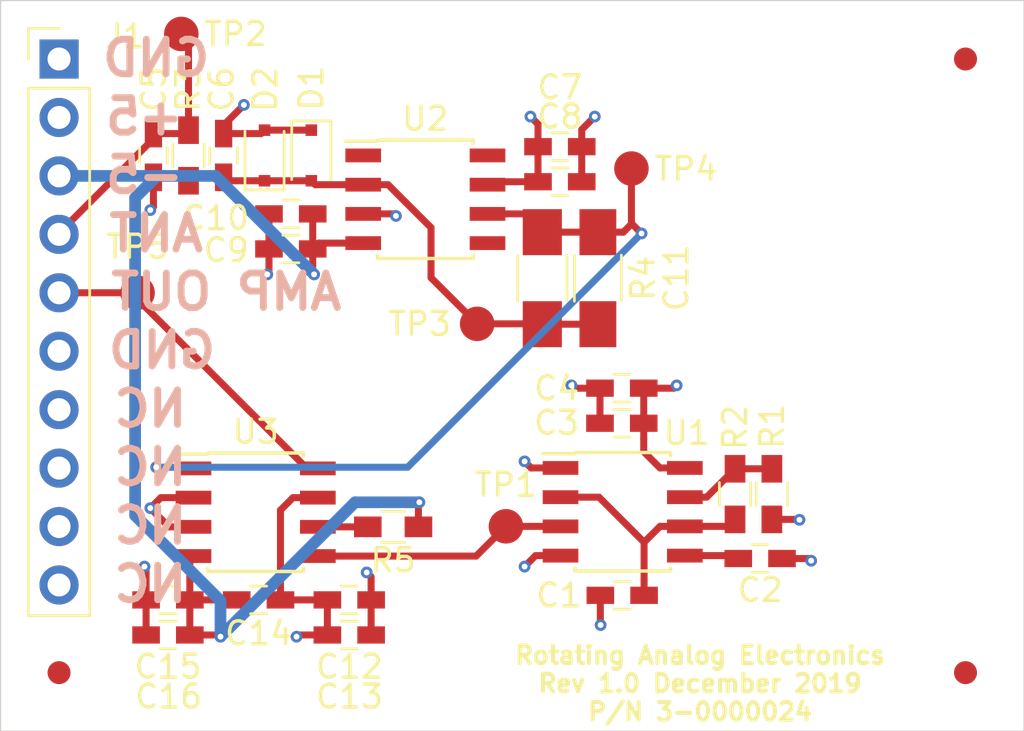
<source format=kicad_pcb>
(kicad_pcb (version 20171130) (host pcbnew "(5.1.4)-1")

  (general
    (thickness 1.6)
    (drawings 15)
    (tracks 157)
    (zones 0)
    (modules 36)
    (nets 13)
  )

  (page A4)
  (layers
    (0 F.Cu signal)
    (1 In1.Cu signal hide)
    (2 In2.Cu signal hide)
    (31 B.Cu signal)
    (32 B.Adhes user)
    (33 F.Adhes user)
    (34 B.Paste user)
    (35 F.Paste user)
    (36 B.SilkS user)
    (37 F.SilkS user)
    (38 B.Mask user)
    (39 F.Mask user)
    (40 Dwgs.User user)
    (41 Cmts.User user)
    (42 Eco1.User user)
    (43 Eco2.User user)
    (44 Edge.Cuts user)
    (45 Margin user)
    (46 B.CrtYd user)
    (47 F.CrtYd user)
    (48 B.Fab user)
    (49 F.Fab user hide)
  )

  (setup
    (last_trace_width 0.1524)
    (user_trace_width 0.1524)
    (user_trace_width 0.3048)
    (user_trace_width 0.508)
    (user_trace_width 1.27)
    (trace_clearance 0.1524)
    (zone_clearance 0.508)
    (zone_45_only no)
    (trace_min 0.1524)
    (via_size 0.508)
    (via_drill 0.254)
    (via_min_size 0.508)
    (via_min_drill 0.254)
    (user_via 0.508 0.254)
    (user_via 1.016 0.508)
    (uvia_size 0.508)
    (uvia_drill 0.254)
    (uvias_allowed no)
    (uvia_min_size 0.508)
    (uvia_min_drill 0.254)
    (edge_width 0.05)
    (segment_width 0.2)
    (pcb_text_width 0.3)
    (pcb_text_size 1.5 1.5)
    (mod_edge_width 0.12)
    (mod_text_size 1 1)
    (mod_text_width 0.15)
    (pad_size 1.524 1.524)
    (pad_drill 0.762)
    (pad_to_mask_clearance 0.051)
    (solder_mask_min_width 0.25)
    (aux_axis_origin 0 0)
    (visible_elements 7FFFFFFF)
    (pcbplotparams
      (layerselection 0x010fc_ffffffff)
      (usegerberextensions false)
      (usegerberattributes false)
      (usegerberadvancedattributes false)
      (creategerberjobfile false)
      (excludeedgelayer true)
      (linewidth 0.100000)
      (plotframeref false)
      (viasonmask false)
      (mode 1)
      (useauxorigin false)
      (hpglpennumber 1)
      (hpglpenspeed 20)
      (hpglpendiameter 15.000000)
      (psnegative false)
      (psa4output false)
      (plotreference true)
      (plotvalue true)
      (plotinvisibletext false)
      (padsonsilk false)
      (subtractmaskfromsilk false)
      (outputformat 1)
      (mirror false)
      (drillshape 0)
      (scaleselection 1)
      (outputdirectory "../../Production/GERBERS/"))
  )

  (net 0 "")
  (net 1 "Net-(C1-Pad2)")
  (net 2 GND)
  (net 3 "Net-(C2-Pad2)")
  (net 4 +5V)
  (net 5 In)
  (net 6 "Net-(C11-Pad2)")
  (net 7 -5V)
  (net 8 "Net-(C11-Pad1)")
  (net 9 Out)
  (net 10 "Net-(R1-Pad2)")
  (net 11 "Net-(R5-Pad2)")
  (net 12 FCLK)

  (net_class Default "This is the default net class."
    (clearance 0.1524)
    (trace_width 0.1524)
    (via_dia 0.508)
    (via_drill 0.254)
    (uvia_dia 0.508)
    (uvia_drill 0.254)
    (diff_pair_width 0.1524)
    (diff_pair_gap 0.254)
    (add_net +5V)
    (add_net -5V)
    (add_net FCLK)
    (add_net GND)
    (add_net In)
    (add_net "Net-(C1-Pad2)")
    (add_net "Net-(C11-Pad1)")
    (add_net "Net-(C11-Pad2)")
    (add_net "Net-(C2-Pad2)")
    (add_net "Net-(R1-Pad2)")
    (add_net "Net-(R5-Pad2)")
    (add_net Out)
  )

  (module Capacitors_SMD:C_0603_HandSoldering (layer F.Cu) (tedit 58AA848B) (tstamp 5E06254E)
    (at 141.4 90.15)
    (descr "Capacitor SMD 0603, hand soldering")
    (tags "capacitor 0603")
    (path /5DBAFD63)
    (attr smd)
    (fp_text reference C1 (at -2.75 0) (layer F.SilkS)
      (effects (font (size 1 1) (thickness 0.15)))
    )
    (fp_text value 0.1u (at 0 1.5) (layer F.Fab)
      (effects (font (size 1 1) (thickness 0.15)))
    )
    (fp_line (start 1.8 0.65) (end -1.8 0.65) (layer F.CrtYd) (width 0.05))
    (fp_line (start 1.8 0.65) (end 1.8 -0.65) (layer F.CrtYd) (width 0.05))
    (fp_line (start -1.8 -0.65) (end -1.8 0.65) (layer F.CrtYd) (width 0.05))
    (fp_line (start -1.8 -0.65) (end 1.8 -0.65) (layer F.CrtYd) (width 0.05))
    (fp_line (start 0.35 0.6) (end -0.35 0.6) (layer F.SilkS) (width 0.12))
    (fp_line (start -0.35 -0.6) (end 0.35 -0.6) (layer F.SilkS) (width 0.12))
    (fp_line (start -0.8 -0.4) (end 0.8 -0.4) (layer F.Fab) (width 0.1))
    (fp_line (start 0.8 -0.4) (end 0.8 0.4) (layer F.Fab) (width 0.1))
    (fp_line (start 0.8 0.4) (end -0.8 0.4) (layer F.Fab) (width 0.1))
    (fp_line (start -0.8 0.4) (end -0.8 -0.4) (layer F.Fab) (width 0.1))
    (fp_text user %R (at 0 -1.25) (layer F.Fab)
      (effects (font (size 1 1) (thickness 0.15)))
    )
    (pad 2 smd rect (at 0.95 0) (size 1.2 0.75) (layers F.Cu F.Paste F.Mask)
      (net 1 "Net-(C1-Pad2)"))
    (pad 1 smd rect (at -0.95 0) (size 1.2 0.75) (layers F.Cu F.Paste F.Mask)
      (net 2 GND))
    (model Capacitors_SMD.3dshapes/C_0603.wrl
      (at (xyz 0 0 0))
      (scale (xyz 1 1 1))
      (rotate (xyz 0 0 0))
    )
  )

  (module Capacitors_SMD:C_0603_HandSoldering (layer F.Cu) (tedit 58AA848B) (tstamp 5E06255F)
    (at 147.3897 88.5503 180)
    (descr "Capacitor SMD 0603, hand soldering")
    (tags "capacitor 0603")
    (path /5DB26558)
    (attr smd)
    (fp_text reference C2 (at 0 -1.3657) (layer F.SilkS)
      (effects (font (size 1 1) (thickness 0.15)))
    )
    (fp_text value 0.01u (at 0 1.5) (layer F.Fab)
      (effects (font (size 1 1) (thickness 0.15)))
    )
    (fp_text user %R (at 0 -1.25) (layer F.Fab)
      (effects (font (size 1 1) (thickness 0.15)))
    )
    (fp_line (start -0.8 0.4) (end -0.8 -0.4) (layer F.Fab) (width 0.1))
    (fp_line (start 0.8 0.4) (end -0.8 0.4) (layer F.Fab) (width 0.1))
    (fp_line (start 0.8 -0.4) (end 0.8 0.4) (layer F.Fab) (width 0.1))
    (fp_line (start -0.8 -0.4) (end 0.8 -0.4) (layer F.Fab) (width 0.1))
    (fp_line (start -0.35 -0.6) (end 0.35 -0.6) (layer F.SilkS) (width 0.12))
    (fp_line (start 0.35 0.6) (end -0.35 0.6) (layer F.SilkS) (width 0.12))
    (fp_line (start -1.8 -0.65) (end 1.8 -0.65) (layer F.CrtYd) (width 0.05))
    (fp_line (start -1.8 -0.65) (end -1.8 0.65) (layer F.CrtYd) (width 0.05))
    (fp_line (start 1.8 0.65) (end 1.8 -0.65) (layer F.CrtYd) (width 0.05))
    (fp_line (start 1.8 0.65) (end -1.8 0.65) (layer F.CrtYd) (width 0.05))
    (pad 1 smd rect (at -0.95 0 180) (size 1.2 0.75) (layers F.Cu F.Paste F.Mask)
      (net 2 GND))
    (pad 2 smd rect (at 0.95 0 180) (size 1.2 0.75) (layers F.Cu F.Paste F.Mask)
      (net 3 "Net-(C2-Pad2)"))
    (model Capacitors_SMD.3dshapes/C_0603.wrl
      (at (xyz 0 0 0))
      (scale (xyz 1 1 1))
      (rotate (xyz 0 0 0))
    )
  )

  (module Capacitors_SMD:C_0603_HandSoldering (layer F.Cu) (tedit 58AA848B) (tstamp 5E062570)
    (at 141.3843 82.6707 180)
    (descr "Capacitor SMD 0603, hand soldering")
    (tags "capacitor 0603")
    (path /5DB61F83)
    (attr smd)
    (fp_text reference C3 (at 2.8343 0.0207) (layer F.SilkS)
      (effects (font (size 1 1) (thickness 0.15)))
    )
    (fp_text value 1u (at 0 1.5) (layer F.Fab)
      (effects (font (size 1 1) (thickness 0.15)))
    )
    (fp_line (start 1.8 0.65) (end -1.8 0.65) (layer F.CrtYd) (width 0.05))
    (fp_line (start 1.8 0.65) (end 1.8 -0.65) (layer F.CrtYd) (width 0.05))
    (fp_line (start -1.8 -0.65) (end -1.8 0.65) (layer F.CrtYd) (width 0.05))
    (fp_line (start -1.8 -0.65) (end 1.8 -0.65) (layer F.CrtYd) (width 0.05))
    (fp_line (start 0.35 0.6) (end -0.35 0.6) (layer F.SilkS) (width 0.12))
    (fp_line (start -0.35 -0.6) (end 0.35 -0.6) (layer F.SilkS) (width 0.12))
    (fp_line (start -0.8 -0.4) (end 0.8 -0.4) (layer F.Fab) (width 0.1))
    (fp_line (start 0.8 -0.4) (end 0.8 0.4) (layer F.Fab) (width 0.1))
    (fp_line (start 0.8 0.4) (end -0.8 0.4) (layer F.Fab) (width 0.1))
    (fp_line (start -0.8 0.4) (end -0.8 -0.4) (layer F.Fab) (width 0.1))
    (fp_text user %R (at 0 -1.25) (layer F.Fab)
      (effects (font (size 1 1) (thickness 0.15)))
    )
    (pad 2 smd rect (at 0.95 0 180) (size 1.2 0.75) (layers F.Cu F.Paste F.Mask)
      (net 2 GND))
    (pad 1 smd rect (at -0.95 0 180) (size 1.2 0.75) (layers F.Cu F.Paste F.Mask)
      (net 4 +5V))
    (model Capacitors_SMD.3dshapes/C_0603.wrl
      (at (xyz 0 0 0))
      (scale (xyz 1 1 1))
      (rotate (xyz 0 0 0))
    )
  )

  (module Capacitors_SMD:C_0603_HandSoldering (layer F.Cu) (tedit 58AA848B) (tstamp 5E06BEBD)
    (at 141.3843 81.1467 180)
    (descr "Capacitor SMD 0603, hand soldering")
    (tags "capacitor 0603")
    (path /5DDA2666)
    (attr smd)
    (fp_text reference C4 (at 2.8343 -0.0033) (layer F.SilkS)
      (effects (font (size 1 1) (thickness 0.15)))
    )
    (fp_text value 0.1u (at 0 1.5) (layer F.Fab)
      (effects (font (size 1 1) (thickness 0.15)))
    )
    (fp_text user %R (at 0 -1.25) (layer F.Fab)
      (effects (font (size 1 1) (thickness 0.15)))
    )
    (fp_line (start -0.8 0.4) (end -0.8 -0.4) (layer F.Fab) (width 0.1))
    (fp_line (start 0.8 0.4) (end -0.8 0.4) (layer F.Fab) (width 0.1))
    (fp_line (start 0.8 -0.4) (end 0.8 0.4) (layer F.Fab) (width 0.1))
    (fp_line (start -0.8 -0.4) (end 0.8 -0.4) (layer F.Fab) (width 0.1))
    (fp_line (start -0.35 -0.6) (end 0.35 -0.6) (layer F.SilkS) (width 0.12))
    (fp_line (start 0.35 0.6) (end -0.35 0.6) (layer F.SilkS) (width 0.12))
    (fp_line (start -1.8 -0.65) (end 1.8 -0.65) (layer F.CrtYd) (width 0.05))
    (fp_line (start -1.8 -0.65) (end -1.8 0.65) (layer F.CrtYd) (width 0.05))
    (fp_line (start 1.8 0.65) (end 1.8 -0.65) (layer F.CrtYd) (width 0.05))
    (fp_line (start 1.8 0.65) (end -1.8 0.65) (layer F.CrtYd) (width 0.05))
    (pad 1 smd rect (at -0.95 0 180) (size 1.2 0.75) (layers F.Cu F.Paste F.Mask)
      (net 4 +5V))
    (pad 2 smd rect (at 0.95 0 180) (size 1.2 0.75) (layers F.Cu F.Paste F.Mask)
      (net 2 GND))
    (model Capacitors_SMD.3dshapes/C_0603.wrl
      (at (xyz 0 0 0))
      (scale (xyz 1 1 1))
      (rotate (xyz 0 0 0))
    )
  )

  (module Capacitors_SMD:C_0603_HandSoldering (layer F.Cu) (tedit 58AA848B) (tstamp 5E062592)
    (at 121.0387 71.0313 270)
    (descr "Capacitor SMD 0603, hand soldering")
    (tags "capacitor 0603")
    (path /5DAB2CE7)
    (attr smd)
    (fp_text reference C5 (at -2.8813 -0.0113 90) (layer F.SilkS)
      (effects (font (size 1 1) (thickness 0.15)))
    )
    (fp_text value 0.39nF (at 0 1.5 90) (layer F.Fab)
      (effects (font (size 1 1) (thickness 0.15)))
    )
    (fp_line (start 1.8 0.65) (end -1.8 0.65) (layer F.CrtYd) (width 0.05))
    (fp_line (start 1.8 0.65) (end 1.8 -0.65) (layer F.CrtYd) (width 0.05))
    (fp_line (start -1.8 -0.65) (end -1.8 0.65) (layer F.CrtYd) (width 0.05))
    (fp_line (start -1.8 -0.65) (end 1.8 -0.65) (layer F.CrtYd) (width 0.05))
    (fp_line (start 0.35 0.6) (end -0.35 0.6) (layer F.SilkS) (width 0.12))
    (fp_line (start -0.35 -0.6) (end 0.35 -0.6) (layer F.SilkS) (width 0.12))
    (fp_line (start -0.8 -0.4) (end 0.8 -0.4) (layer F.Fab) (width 0.1))
    (fp_line (start 0.8 -0.4) (end 0.8 0.4) (layer F.Fab) (width 0.1))
    (fp_line (start 0.8 0.4) (end -0.8 0.4) (layer F.Fab) (width 0.1))
    (fp_line (start -0.8 0.4) (end -0.8 -0.4) (layer F.Fab) (width 0.1))
    (fp_text user %R (at 0 -1.25 90) (layer F.Fab)
      (effects (font (size 1 1) (thickness 0.15)))
    )
    (pad 2 smd rect (at 0.95 0 270) (size 1.2 0.75) (layers F.Cu F.Paste F.Mask)
      (net 2 GND))
    (pad 1 smd rect (at -0.95 0 270) (size 1.2 0.75) (layers F.Cu F.Paste F.Mask)
      (net 5 In))
    (model Capacitors_SMD.3dshapes/C_0603.wrl
      (at (xyz 0 0 0))
      (scale (xyz 1 1 1))
      (rotate (xyz 0 0 0))
    )
  )

  (module Capacitors_SMD:C_0603_HandSoldering (layer F.Cu) (tedit 58AA848B) (tstamp 5E0625A3)
    (at 124.0867 71.0313 90)
    (descr "Capacitor SMD 0603, hand soldering")
    (tags "capacitor 0603")
    (path /5DAF6E81)
    (attr smd)
    (fp_text reference C6 (at 2.8813 -0.0867 90) (layer F.SilkS)
      (effects (font (size 1 1) (thickness 0.15)))
    )
    (fp_text value 0.39nF (at 0 1.5 90) (layer F.Fab)
      (effects (font (size 1 1) (thickness 0.15)))
    )
    (fp_line (start 1.8 0.65) (end -1.8 0.65) (layer F.CrtYd) (width 0.05))
    (fp_line (start 1.8 0.65) (end 1.8 -0.65) (layer F.CrtYd) (width 0.05))
    (fp_line (start -1.8 -0.65) (end -1.8 0.65) (layer F.CrtYd) (width 0.05))
    (fp_line (start -1.8 -0.65) (end 1.8 -0.65) (layer F.CrtYd) (width 0.05))
    (fp_line (start 0.35 0.6) (end -0.35 0.6) (layer F.SilkS) (width 0.12))
    (fp_line (start -0.35 -0.6) (end 0.35 -0.6) (layer F.SilkS) (width 0.12))
    (fp_line (start -0.8 -0.4) (end 0.8 -0.4) (layer F.Fab) (width 0.1))
    (fp_line (start 0.8 -0.4) (end 0.8 0.4) (layer F.Fab) (width 0.1))
    (fp_line (start 0.8 0.4) (end -0.8 0.4) (layer F.Fab) (width 0.1))
    (fp_line (start -0.8 0.4) (end -0.8 -0.4) (layer F.Fab) (width 0.1))
    (fp_text user %R (at 0 -1.25 90) (layer F.Fab)
      (effects (font (size 1 1) (thickness 0.15)))
    )
    (pad 2 smd rect (at 0.95 0 90) (size 1.2 0.75) (layers F.Cu F.Paste F.Mask)
      (net 2 GND))
    (pad 1 smd rect (at -0.95 0 90) (size 1.2 0.75) (layers F.Cu F.Paste F.Mask)
      (net 6 "Net-(C11-Pad2)"))
    (model Capacitors_SMD.3dshapes/C_0603.wrl
      (at (xyz 0 0 0))
      (scale (xyz 1 1 1))
      (rotate (xyz 0 0 0))
    )
  )

  (module Capacitors_SMD:C_0603_HandSoldering (layer F.Cu) (tedit 58AA848B) (tstamp 5E0625B4)
    (at 138.6917 70.6503)
    (descr "Capacitor SMD 0603, hand soldering")
    (tags "capacitor 0603")
    (path /5DBB1F08)
    (attr smd)
    (fp_text reference C7 (at 0 -2.5783) (layer F.SilkS)
      (effects (font (size 1 1) (thickness 0.15)))
    )
    (fp_text value 1u (at 0 1.5) (layer F.Fab)
      (effects (font (size 1 1) (thickness 0.15)))
    )
    (fp_text user %R (at 0 -1.25) (layer F.Fab)
      (effects (font (size 1 1) (thickness 0.15)))
    )
    (fp_line (start -0.8 0.4) (end -0.8 -0.4) (layer F.Fab) (width 0.1))
    (fp_line (start 0.8 0.4) (end -0.8 0.4) (layer F.Fab) (width 0.1))
    (fp_line (start 0.8 -0.4) (end 0.8 0.4) (layer F.Fab) (width 0.1))
    (fp_line (start -0.8 -0.4) (end 0.8 -0.4) (layer F.Fab) (width 0.1))
    (fp_line (start -0.35 -0.6) (end 0.35 -0.6) (layer F.SilkS) (width 0.12))
    (fp_line (start 0.35 0.6) (end -0.35 0.6) (layer F.SilkS) (width 0.12))
    (fp_line (start -1.8 -0.65) (end 1.8 -0.65) (layer F.CrtYd) (width 0.05))
    (fp_line (start -1.8 -0.65) (end -1.8 0.65) (layer F.CrtYd) (width 0.05))
    (fp_line (start 1.8 0.65) (end 1.8 -0.65) (layer F.CrtYd) (width 0.05))
    (fp_line (start 1.8 0.65) (end -1.8 0.65) (layer F.CrtYd) (width 0.05))
    (pad 1 smd rect (at -0.95 0) (size 1.2 0.75) (layers F.Cu F.Paste F.Mask)
      (net 4 +5V))
    (pad 2 smd rect (at 0.95 0) (size 1.2 0.75) (layers F.Cu F.Paste F.Mask)
      (net 2 GND))
    (model Capacitors_SMD.3dshapes/C_0603.wrl
      (at (xyz 0 0 0))
      (scale (xyz 1 1 1))
      (rotate (xyz 0 0 0))
    )
  )

  (module Capacitors_SMD:C_0603_HandSoldering (layer F.Cu) (tedit 58AA848B) (tstamp 5E0625C5)
    (at 138.6917 72.1743)
    (descr "Capacitor SMD 0603, hand soldering")
    (tags "capacitor 0603")
    (path /5DBB0A69)
    (attr smd)
    (fp_text reference C8 (at 0 -2.8323) (layer F.SilkS)
      (effects (font (size 1 1) (thickness 0.15)))
    )
    (fp_text value 0.1u (at 0 1.5) (layer F.Fab)
      (effects (font (size 1 1) (thickness 0.15)))
    )
    (fp_text user %R (at 0 -1.25) (layer F.Fab)
      (effects (font (size 1 1) (thickness 0.15)))
    )
    (fp_line (start -0.8 0.4) (end -0.8 -0.4) (layer F.Fab) (width 0.1))
    (fp_line (start 0.8 0.4) (end -0.8 0.4) (layer F.Fab) (width 0.1))
    (fp_line (start 0.8 -0.4) (end 0.8 0.4) (layer F.Fab) (width 0.1))
    (fp_line (start -0.8 -0.4) (end 0.8 -0.4) (layer F.Fab) (width 0.1))
    (fp_line (start -0.35 -0.6) (end 0.35 -0.6) (layer F.SilkS) (width 0.12))
    (fp_line (start 0.35 0.6) (end -0.35 0.6) (layer F.SilkS) (width 0.12))
    (fp_line (start -1.8 -0.65) (end 1.8 -0.65) (layer F.CrtYd) (width 0.05))
    (fp_line (start -1.8 -0.65) (end -1.8 0.65) (layer F.CrtYd) (width 0.05))
    (fp_line (start 1.8 0.65) (end 1.8 -0.65) (layer F.CrtYd) (width 0.05))
    (fp_line (start 1.8 0.65) (end -1.8 0.65) (layer F.CrtYd) (width 0.05))
    (pad 1 smd rect (at -0.95 0) (size 1.2 0.75) (layers F.Cu F.Paste F.Mask)
      (net 4 +5V))
    (pad 2 smd rect (at 0.95 0) (size 1.2 0.75) (layers F.Cu F.Paste F.Mask)
      (net 2 GND))
    (model Capacitors_SMD.3dshapes/C_0603.wrl
      (at (xyz 0 0 0))
      (scale (xyz 1 1 1))
      (rotate (xyz 0 0 0))
    )
  )

  (module Capacitors_SMD:C_0603_HandSoldering (layer F.Cu) (tedit 58AA848B) (tstamp 5E0625D6)
    (at 127.0077 75.0953 180)
    (descr "Capacitor SMD 0603, hand soldering")
    (tags "capacitor 0603")
    (path /5DBB1355)
    (attr smd)
    (fp_text reference C9 (at 2.8077 -0.0547) (layer F.SilkS)
      (effects (font (size 1 1) (thickness 0.15)))
    )
    (fp_text value 0.1u (at 0 1.5) (layer F.Fab)
      (effects (font (size 1 1) (thickness 0.15)))
    )
    (fp_line (start 1.8 0.65) (end -1.8 0.65) (layer F.CrtYd) (width 0.05))
    (fp_line (start 1.8 0.65) (end 1.8 -0.65) (layer F.CrtYd) (width 0.05))
    (fp_line (start -1.8 -0.65) (end -1.8 0.65) (layer F.CrtYd) (width 0.05))
    (fp_line (start -1.8 -0.65) (end 1.8 -0.65) (layer F.CrtYd) (width 0.05))
    (fp_line (start 0.35 0.6) (end -0.35 0.6) (layer F.SilkS) (width 0.12))
    (fp_line (start -0.35 -0.6) (end 0.35 -0.6) (layer F.SilkS) (width 0.12))
    (fp_line (start -0.8 -0.4) (end 0.8 -0.4) (layer F.Fab) (width 0.1))
    (fp_line (start 0.8 -0.4) (end 0.8 0.4) (layer F.Fab) (width 0.1))
    (fp_line (start 0.8 0.4) (end -0.8 0.4) (layer F.Fab) (width 0.1))
    (fp_line (start -0.8 0.4) (end -0.8 -0.4) (layer F.Fab) (width 0.1))
    (fp_text user %R (at 0 -1.25) (layer F.Fab)
      (effects (font (size 1 1) (thickness 0.15)))
    )
    (pad 2 smd rect (at 0.95 0 180) (size 1.2 0.75) (layers F.Cu F.Paste F.Mask)
      (net 2 GND))
    (pad 1 smd rect (at -0.95 0 180) (size 1.2 0.75) (layers F.Cu F.Paste F.Mask)
      (net 7 -5V))
    (model Capacitors_SMD.3dshapes/C_0603.wrl
      (at (xyz 0 0 0))
      (scale (xyz 1 1 1))
      (rotate (xyz 0 0 0))
    )
  )

  (module Capacitors_SMD:C_0603_HandSoldering (layer F.Cu) (tedit 58AA848B) (tstamp 5E0625E7)
    (at 127.0077 73.5713 180)
    (descr "Capacitor SMD 0603, hand soldering")
    (tags "capacitor 0603")
    (path /5DBB28C1)
    (attr smd)
    (fp_text reference C10 (at 3.2577 -0.1787) (layer F.SilkS)
      (effects (font (size 1 1) (thickness 0.15)))
    )
    (fp_text value 1u (at 0 1.5) (layer F.Fab)
      (effects (font (size 1 1) (thickness 0.15)))
    )
    (fp_line (start 1.8 0.65) (end -1.8 0.65) (layer F.CrtYd) (width 0.05))
    (fp_line (start 1.8 0.65) (end 1.8 -0.65) (layer F.CrtYd) (width 0.05))
    (fp_line (start -1.8 -0.65) (end -1.8 0.65) (layer F.CrtYd) (width 0.05))
    (fp_line (start -1.8 -0.65) (end 1.8 -0.65) (layer F.CrtYd) (width 0.05))
    (fp_line (start 0.35 0.6) (end -0.35 0.6) (layer F.SilkS) (width 0.12))
    (fp_line (start -0.35 -0.6) (end 0.35 -0.6) (layer F.SilkS) (width 0.12))
    (fp_line (start -0.8 -0.4) (end 0.8 -0.4) (layer F.Fab) (width 0.1))
    (fp_line (start 0.8 -0.4) (end 0.8 0.4) (layer F.Fab) (width 0.1))
    (fp_line (start 0.8 0.4) (end -0.8 0.4) (layer F.Fab) (width 0.1))
    (fp_line (start -0.8 0.4) (end -0.8 -0.4) (layer F.Fab) (width 0.1))
    (fp_text user %R (at 0 -1.25) (layer F.Fab)
      (effects (font (size 1 1) (thickness 0.15)))
    )
    (pad 2 smd rect (at 0.95 0 180) (size 1.2 0.75) (layers F.Cu F.Paste F.Mask)
      (net 2 GND))
    (pad 1 smd rect (at -0.95 0 180) (size 1.2 0.75) (layers F.Cu F.Paste F.Mask)
      (net 7 -5V))
    (model Capacitors_SMD.3dshapes/C_0603.wrl
      (at (xyz 0 0 0))
      (scale (xyz 1 1 1))
      (rotate (xyz 0 0 0))
    )
  )

  (module Capacitors_SMD:C_1206_HandSoldering (layer F.Cu) (tedit 58AA84D1) (tstamp 5E0625F8)
    (at 140.3427 76.3653 270)
    (descr "Capacitor SMD 1206, hand soldering")
    (tags "capacitor 1206")
    (path /5DAFF346)
    (attr smd)
    (fp_text reference C11 (at -0.0153 -3.4073 90) (layer F.SilkS)
      (effects (font (size 1 1) (thickness 0.15)))
    )
    (fp_text value 0.1u (at 0 2 90) (layer F.Fab)
      (effects (font (size 1 1) (thickness 0.15)))
    )
    (fp_line (start 3.25 1.05) (end -3.25 1.05) (layer F.CrtYd) (width 0.05))
    (fp_line (start 3.25 1.05) (end 3.25 -1.05) (layer F.CrtYd) (width 0.05))
    (fp_line (start -3.25 -1.05) (end -3.25 1.05) (layer F.CrtYd) (width 0.05))
    (fp_line (start -3.25 -1.05) (end 3.25 -1.05) (layer F.CrtYd) (width 0.05))
    (fp_line (start -1 1.02) (end 1 1.02) (layer F.SilkS) (width 0.12))
    (fp_line (start 1 -1.02) (end -1 -1.02) (layer F.SilkS) (width 0.12))
    (fp_line (start -1.6 -0.8) (end 1.6 -0.8) (layer F.Fab) (width 0.1))
    (fp_line (start 1.6 -0.8) (end 1.6 0.8) (layer F.Fab) (width 0.1))
    (fp_line (start 1.6 0.8) (end -1.6 0.8) (layer F.Fab) (width 0.1))
    (fp_line (start -1.6 0.8) (end -1.6 -0.8) (layer F.Fab) (width 0.1))
    (fp_text user %R (at 0 -1.75 90) (layer F.Fab)
      (effects (font (size 1 1) (thickness 0.15)))
    )
    (pad 2 smd rect (at 2 0 270) (size 2 1.6) (layers F.Cu F.Paste F.Mask)
      (net 6 "Net-(C11-Pad2)"))
    (pad 1 smd rect (at -2 0 270) (size 2 1.6) (layers F.Cu F.Paste F.Mask)
      (net 8 "Net-(C11-Pad1)"))
    (model Capacitors_SMD.3dshapes/C_1206.wrl
      (at (xyz 0 0 0))
      (scale (xyz 1 1 1))
      (rotate (xyz 0 0 0))
    )
  )

  (module Capacitors_SMD:C_0603_HandSoldering (layer F.Cu) (tedit 58AA848B) (tstamp 5E062609)
    (at 129.5437 90.3483)
    (descr "Capacitor SMD 0603, hand soldering")
    (tags "capacitor 0603")
    (path /5DBB3826)
    (attr smd)
    (fp_text reference C12 (at 0 2.9017) (layer F.SilkS)
      (effects (font (size 1 1) (thickness 0.15)))
    )
    (fp_text value 1u (at 0 1.5) (layer F.Fab)
      (effects (font (size 1 1) (thickness 0.15)))
    )
    (fp_line (start 1.8 0.65) (end -1.8 0.65) (layer F.CrtYd) (width 0.05))
    (fp_line (start 1.8 0.65) (end 1.8 -0.65) (layer F.CrtYd) (width 0.05))
    (fp_line (start -1.8 -0.65) (end -1.8 0.65) (layer F.CrtYd) (width 0.05))
    (fp_line (start -1.8 -0.65) (end 1.8 -0.65) (layer F.CrtYd) (width 0.05))
    (fp_line (start 0.35 0.6) (end -0.35 0.6) (layer F.SilkS) (width 0.12))
    (fp_line (start -0.35 -0.6) (end 0.35 -0.6) (layer F.SilkS) (width 0.12))
    (fp_line (start -0.8 -0.4) (end 0.8 -0.4) (layer F.Fab) (width 0.1))
    (fp_line (start 0.8 -0.4) (end 0.8 0.4) (layer F.Fab) (width 0.1))
    (fp_line (start 0.8 0.4) (end -0.8 0.4) (layer F.Fab) (width 0.1))
    (fp_line (start -0.8 0.4) (end -0.8 -0.4) (layer F.Fab) (width 0.1))
    (fp_text user %R (at 0 -1.25) (layer F.Fab)
      (effects (font (size 1 1) (thickness 0.15)))
    )
    (pad 2 smd rect (at 0.95 0) (size 1.2 0.75) (layers F.Cu F.Paste F.Mask)
      (net 2 GND))
    (pad 1 smd rect (at -0.95 0) (size 1.2 0.75) (layers F.Cu F.Paste F.Mask)
      (net 4 +5V))
    (model Capacitors_SMD.3dshapes/C_0603.wrl
      (at (xyz 0 0 0))
      (scale (xyz 1 1 1))
      (rotate (xyz 0 0 0))
    )
  )

  (module Capacitors_SMD:C_0603_HandSoldering (layer F.Cu) (tedit 58AA848B) (tstamp 5E06261A)
    (at 129.5437 91.8723)
    (descr "Capacitor SMD 0603, hand soldering")
    (tags "capacitor 0603")
    (path /5DB950AE)
    (attr smd)
    (fp_text reference C13 (at 0.0063 2.6777) (layer F.SilkS)
      (effects (font (size 1 1) (thickness 0.15)))
    )
    (fp_text value 0.1u (at 0 1.5) (layer F.Fab)
      (effects (font (size 1 1) (thickness 0.15)))
    )
    (fp_line (start 1.8 0.65) (end -1.8 0.65) (layer F.CrtYd) (width 0.05))
    (fp_line (start 1.8 0.65) (end 1.8 -0.65) (layer F.CrtYd) (width 0.05))
    (fp_line (start -1.8 -0.65) (end -1.8 0.65) (layer F.CrtYd) (width 0.05))
    (fp_line (start -1.8 -0.65) (end 1.8 -0.65) (layer F.CrtYd) (width 0.05))
    (fp_line (start 0.35 0.6) (end -0.35 0.6) (layer F.SilkS) (width 0.12))
    (fp_line (start -0.35 -0.6) (end 0.35 -0.6) (layer F.SilkS) (width 0.12))
    (fp_line (start -0.8 -0.4) (end 0.8 -0.4) (layer F.Fab) (width 0.1))
    (fp_line (start 0.8 -0.4) (end 0.8 0.4) (layer F.Fab) (width 0.1))
    (fp_line (start 0.8 0.4) (end -0.8 0.4) (layer F.Fab) (width 0.1))
    (fp_line (start -0.8 0.4) (end -0.8 -0.4) (layer F.Fab) (width 0.1))
    (fp_text user %R (at 0 -1.25) (layer F.Fab)
      (effects (font (size 1 1) (thickness 0.15)))
    )
    (pad 2 smd rect (at 0.95 0) (size 1.2 0.75) (layers F.Cu F.Paste F.Mask)
      (net 2 GND))
    (pad 1 smd rect (at -0.95 0) (size 1.2 0.75) (layers F.Cu F.Paste F.Mask)
      (net 4 +5V))
    (model Capacitors_SMD.3dshapes/C_0603.wrl
      (at (xyz 0 0 0))
      (scale (xyz 1 1 1))
      (rotate (xyz 0 0 0))
    )
  )

  (module Capacitors_SMD:C_0603_HandSoldering (layer F.Cu) (tedit 58AA848B) (tstamp 5E06262B)
    (at 125.6067 90.3483 180)
    (descr "Capacitor SMD 0603, hand soldering")
    (tags "capacitor 0603")
    (path /5DB92B26)
    (attr smd)
    (fp_text reference C14 (at 0 -1.4517) (layer F.SilkS)
      (effects (font (size 1 1) (thickness 0.15)))
    )
    (fp_text value 1u (at 0 1.5) (layer F.Fab)
      (effects (font (size 1 1) (thickness 0.15)))
    )
    (fp_text user %R (at 0 -1.25) (layer F.Fab)
      (effects (font (size 1 1) (thickness 0.15)))
    )
    (fp_line (start -0.8 0.4) (end -0.8 -0.4) (layer F.Fab) (width 0.1))
    (fp_line (start 0.8 0.4) (end -0.8 0.4) (layer F.Fab) (width 0.1))
    (fp_line (start 0.8 -0.4) (end 0.8 0.4) (layer F.Fab) (width 0.1))
    (fp_line (start -0.8 -0.4) (end 0.8 -0.4) (layer F.Fab) (width 0.1))
    (fp_line (start -0.35 -0.6) (end 0.35 -0.6) (layer F.SilkS) (width 0.12))
    (fp_line (start 0.35 0.6) (end -0.35 0.6) (layer F.SilkS) (width 0.12))
    (fp_line (start -1.8 -0.65) (end 1.8 -0.65) (layer F.CrtYd) (width 0.05))
    (fp_line (start -1.8 -0.65) (end -1.8 0.65) (layer F.CrtYd) (width 0.05))
    (fp_line (start 1.8 0.65) (end 1.8 -0.65) (layer F.CrtYd) (width 0.05))
    (fp_line (start 1.8 0.65) (end -1.8 0.65) (layer F.CrtYd) (width 0.05))
    (pad 1 smd rect (at -0.95 0 180) (size 1.2 0.75) (layers F.Cu F.Paste F.Mask)
      (net 4 +5V))
    (pad 2 smd rect (at 0.95 0 180) (size 1.2 0.75) (layers F.Cu F.Paste F.Mask)
      (net 7 -5V))
    (model Capacitors_SMD.3dshapes/C_0603.wrl
      (at (xyz 0 0 0))
      (scale (xyz 1 1 1))
      (rotate (xyz 0 0 0))
    )
  )

  (module Capacitors_SMD:C_0603_HandSoldering (layer F.Cu) (tedit 58AA848B) (tstamp 5E06263C)
    (at 121.6697 90.3483)
    (descr "Capacitor SMD 0603, hand soldering")
    (tags "capacitor 0603")
    (path /5DBB2D63)
    (attr smd)
    (fp_text reference C15 (at 0 2.9017) (layer F.SilkS)
      (effects (font (size 1 1) (thickness 0.15)))
    )
    (fp_text value 1u (at 0 1.5) (layer F.Fab)
      (effects (font (size 1 1) (thickness 0.15)))
    )
    (fp_text user %R (at 0 -1.25) (layer F.Fab)
      (effects (font (size 1 1) (thickness 0.15)))
    )
    (fp_line (start -0.8 0.4) (end -0.8 -0.4) (layer F.Fab) (width 0.1))
    (fp_line (start 0.8 0.4) (end -0.8 0.4) (layer F.Fab) (width 0.1))
    (fp_line (start 0.8 -0.4) (end 0.8 0.4) (layer F.Fab) (width 0.1))
    (fp_line (start -0.8 -0.4) (end 0.8 -0.4) (layer F.Fab) (width 0.1))
    (fp_line (start -0.35 -0.6) (end 0.35 -0.6) (layer F.SilkS) (width 0.12))
    (fp_line (start 0.35 0.6) (end -0.35 0.6) (layer F.SilkS) (width 0.12))
    (fp_line (start -1.8 -0.65) (end 1.8 -0.65) (layer F.CrtYd) (width 0.05))
    (fp_line (start -1.8 -0.65) (end -1.8 0.65) (layer F.CrtYd) (width 0.05))
    (fp_line (start 1.8 0.65) (end 1.8 -0.65) (layer F.CrtYd) (width 0.05))
    (fp_line (start 1.8 0.65) (end -1.8 0.65) (layer F.CrtYd) (width 0.05))
    (pad 1 smd rect (at -0.95 0) (size 1.2 0.75) (layers F.Cu F.Paste F.Mask)
      (net 2 GND))
    (pad 2 smd rect (at 0.95 0) (size 1.2 0.75) (layers F.Cu F.Paste F.Mask)
      (net 7 -5V))
    (model Capacitors_SMD.3dshapes/C_0603.wrl
      (at (xyz 0 0 0))
      (scale (xyz 1 1 1))
      (rotate (xyz 0 0 0))
    )
  )

  (module Capacitors_SMD:C_0603_HandSoldering (layer F.Cu) (tedit 58AA848B) (tstamp 5E06264D)
    (at 121.6697 91.8723)
    (descr "Capacitor SMD 0603, hand soldering")
    (tags "capacitor 0603")
    (path /5DBAF7A8)
    (attr smd)
    (fp_text reference C16 (at 0.0303 2.6777) (layer F.SilkS)
      (effects (font (size 1 1) (thickness 0.15)))
    )
    (fp_text value 0.1u (at 0 1.5) (layer F.Fab)
      (effects (font (size 1 1) (thickness 0.15)))
    )
    (fp_text user %R (at 0 -1.25) (layer F.Fab)
      (effects (font (size 1 1) (thickness 0.15)))
    )
    (fp_line (start -0.8 0.4) (end -0.8 -0.4) (layer F.Fab) (width 0.1))
    (fp_line (start 0.8 0.4) (end -0.8 0.4) (layer F.Fab) (width 0.1))
    (fp_line (start 0.8 -0.4) (end 0.8 0.4) (layer F.Fab) (width 0.1))
    (fp_line (start -0.8 -0.4) (end 0.8 -0.4) (layer F.Fab) (width 0.1))
    (fp_line (start -0.35 -0.6) (end 0.35 -0.6) (layer F.SilkS) (width 0.12))
    (fp_line (start 0.35 0.6) (end -0.35 0.6) (layer F.SilkS) (width 0.12))
    (fp_line (start -1.8 -0.65) (end 1.8 -0.65) (layer F.CrtYd) (width 0.05))
    (fp_line (start -1.8 -0.65) (end -1.8 0.65) (layer F.CrtYd) (width 0.05))
    (fp_line (start 1.8 0.65) (end 1.8 -0.65) (layer F.CrtYd) (width 0.05))
    (fp_line (start 1.8 0.65) (end -1.8 0.65) (layer F.CrtYd) (width 0.05))
    (pad 1 smd rect (at -0.95 0) (size 1.2 0.75) (layers F.Cu F.Paste F.Mask)
      (net 2 GND))
    (pad 2 smd rect (at 0.95 0) (size 1.2 0.75) (layers F.Cu F.Paste F.Mask)
      (net 7 -5V))
    (model Capacitors_SMD.3dshapes/C_0603.wrl
      (at (xyz 0 0 0))
      (scale (xyz 1 1 1))
      (rotate (xyz 0 0 0))
    )
  )

  (module Diodes_SMD:D_SOD-323F (layer F.Cu) (tedit 590A48EB) (tstamp 5E062665)
    (at 127.8967 71.0313 270)
    (descr "SOD-323F http://www.nxp.com/documents/outline_drawing/SOD323F.pdf")
    (tags SOD-323F)
    (path /5DAF98A5)
    (attr smd)
    (fp_text reference D1 (at -2.9313 -0.0033 90) (layer F.SilkS)
      (effects (font (size 1 1) (thickness 0.15)))
    )
    (fp_text value 1N4148 (at 0.1 1.9 90) (layer F.Fab)
      (effects (font (size 1 1) (thickness 0.15)))
    )
    (fp_text user %R (at 0 -1.85 90) (layer F.Fab)
      (effects (font (size 1 1) (thickness 0.15)))
    )
    (fp_line (start -1.5 -0.85) (end -1.5 0.85) (layer F.SilkS) (width 0.12))
    (fp_line (start 0.2 0) (end 0.45 0) (layer F.Fab) (width 0.1))
    (fp_line (start 0.2 0.35) (end -0.3 0) (layer F.Fab) (width 0.1))
    (fp_line (start 0.2 -0.35) (end 0.2 0.35) (layer F.Fab) (width 0.1))
    (fp_line (start -0.3 0) (end 0.2 -0.35) (layer F.Fab) (width 0.1))
    (fp_line (start -0.3 0) (end -0.5 0) (layer F.Fab) (width 0.1))
    (fp_line (start -0.3 -0.35) (end -0.3 0.35) (layer F.Fab) (width 0.1))
    (fp_line (start -0.9 0.7) (end -0.9 -0.7) (layer F.Fab) (width 0.1))
    (fp_line (start 0.9 0.7) (end -0.9 0.7) (layer F.Fab) (width 0.1))
    (fp_line (start 0.9 -0.7) (end 0.9 0.7) (layer F.Fab) (width 0.1))
    (fp_line (start -0.9 -0.7) (end 0.9 -0.7) (layer F.Fab) (width 0.1))
    (fp_line (start -1.6 -0.95) (end 1.6 -0.95) (layer F.CrtYd) (width 0.05))
    (fp_line (start 1.6 -0.95) (end 1.6 0.95) (layer F.CrtYd) (width 0.05))
    (fp_line (start -1.6 0.95) (end 1.6 0.95) (layer F.CrtYd) (width 0.05))
    (fp_line (start -1.6 -0.95) (end -1.6 0.95) (layer F.CrtYd) (width 0.05))
    (fp_line (start -1.5 0.85) (end 1.05 0.85) (layer F.SilkS) (width 0.12))
    (fp_line (start -1.5 -0.85) (end 1.05 -0.85) (layer F.SilkS) (width 0.12))
    (pad 1 smd rect (at -1.1 0 270) (size 0.5 0.5) (layers F.Cu F.Paste F.Mask)
      (net 2 GND))
    (pad 2 smd rect (at 1.1 0 270) (size 0.5 0.5) (layers F.Cu F.Paste F.Mask)
      (net 6 "Net-(C11-Pad2)"))
    (model ${KISYS3DMOD}/Diodes_SMD.3dshapes/D_SOD-323F.wrl
      (at (xyz 0 0 0))
      (scale (xyz 1 1 1))
      (rotate (xyz 0 0 0))
    )
  )

  (module Diodes_SMD:D_SOD-323F (layer F.Cu) (tedit 590A48EB) (tstamp 5E06267D)
    (at 125.8647 71.0313 90)
    (descr "SOD-323F http://www.nxp.com/documents/outline_drawing/SOD323F.pdf")
    (tags SOD-323F)
    (path /5DAFA248)
    (attr smd)
    (fp_text reference D2 (at 2.8813 0.0353 90) (layer F.SilkS)
      (effects (font (size 1 1) (thickness 0.15)))
    )
    (fp_text value 1N4148 (at 0.1 1.9 90) (layer F.Fab)
      (effects (font (size 1 1) (thickness 0.15)))
    )
    (fp_line (start -1.5 -0.85) (end 1.05 -0.85) (layer F.SilkS) (width 0.12))
    (fp_line (start -1.5 0.85) (end 1.05 0.85) (layer F.SilkS) (width 0.12))
    (fp_line (start -1.6 -0.95) (end -1.6 0.95) (layer F.CrtYd) (width 0.05))
    (fp_line (start -1.6 0.95) (end 1.6 0.95) (layer F.CrtYd) (width 0.05))
    (fp_line (start 1.6 -0.95) (end 1.6 0.95) (layer F.CrtYd) (width 0.05))
    (fp_line (start -1.6 -0.95) (end 1.6 -0.95) (layer F.CrtYd) (width 0.05))
    (fp_line (start -0.9 -0.7) (end 0.9 -0.7) (layer F.Fab) (width 0.1))
    (fp_line (start 0.9 -0.7) (end 0.9 0.7) (layer F.Fab) (width 0.1))
    (fp_line (start 0.9 0.7) (end -0.9 0.7) (layer F.Fab) (width 0.1))
    (fp_line (start -0.9 0.7) (end -0.9 -0.7) (layer F.Fab) (width 0.1))
    (fp_line (start -0.3 -0.35) (end -0.3 0.35) (layer F.Fab) (width 0.1))
    (fp_line (start -0.3 0) (end -0.5 0) (layer F.Fab) (width 0.1))
    (fp_line (start -0.3 0) (end 0.2 -0.35) (layer F.Fab) (width 0.1))
    (fp_line (start 0.2 -0.35) (end 0.2 0.35) (layer F.Fab) (width 0.1))
    (fp_line (start 0.2 0.35) (end -0.3 0) (layer F.Fab) (width 0.1))
    (fp_line (start 0.2 0) (end 0.45 0) (layer F.Fab) (width 0.1))
    (fp_line (start -1.5 -0.85) (end -1.5 0.85) (layer F.SilkS) (width 0.12))
    (fp_text user %R (at 0 -1.85 90) (layer F.Fab)
      (effects (font (size 1 1) (thickness 0.15)))
    )
    (pad 2 smd rect (at 1.1 0 90) (size 0.5 0.5) (layers F.Cu F.Paste F.Mask)
      (net 2 GND))
    (pad 1 smd rect (at -1.1 0 90) (size 0.5 0.5) (layers F.Cu F.Paste F.Mask)
      (net 6 "Net-(C11-Pad2)"))
    (model ${KISYS3DMOD}/Diodes_SMD.3dshapes/D_SOD-323F.wrl
      (at (xyz 0 0 0))
      (scale (xyz 1 1 1))
      (rotate (xyz 0 0 0))
    )
  )

  (module Fiducials:Fiducial_1mm_Dia_2mm_Outer (layer F.Cu) (tedit 59FE003E) (tstamp 5E062685)
    (at 116.94 93.51)
    (descr "Circular Fiducial, 1mm bare copper top; 2mm keepout (Level A)")
    (tags marker)
    (path /5E087690)
    (attr virtual)
    (fp_text reference FID1 (at 0 -2) (layer F.SilkS) hide
      (effects (font (size 1 1) (thickness 0.15)))
    )
    (fp_text value Fiducial (at 0 2) (layer F.Fab)
      (effects (font (size 1 1) (thickness 0.15)))
    )
    (fp_circle (center 0 0) (end 1.25 0) (layer F.CrtYd) (width 0.05))
    (fp_text user %R (at 0 0) (layer F.Fab)
      (effects (font (size 0.4 0.4) (thickness 0.06)))
    )
    (fp_circle (center 0 0) (end 1 0) (layer F.Fab) (width 0.1))
    (pad ~ smd circle (at 0 0) (size 1 1) (layers F.Cu F.Mask)
      (solder_mask_margin 0.5) (clearance 0.5))
  )

  (module Fiducials:Fiducial_1mm_Dia_2mm_Outer (layer F.Cu) (tedit 59FE003E) (tstamp 5E06268D)
    (at 156.31 93.51)
    (descr "Circular Fiducial, 1mm bare copper top; 2mm keepout (Level A)")
    (tags marker)
    (path /5E0883B5)
    (attr virtual)
    (fp_text reference FID2 (at 0 -2) (layer F.SilkS) hide
      (effects (font (size 1 1) (thickness 0.15)))
    )
    (fp_text value Fiducial (at 0 2) (layer F.Fab)
      (effects (font (size 1 1) (thickness 0.15)))
    )
    (fp_circle (center 0 0) (end 1 0) (layer F.Fab) (width 0.1))
    (fp_text user %R (at 0 0) (layer F.Fab)
      (effects (font (size 0.4 0.4) (thickness 0.06)))
    )
    (fp_circle (center 0 0) (end 1.25 0) (layer F.CrtYd) (width 0.05))
    (pad ~ smd circle (at 0 0) (size 1 1) (layers F.Cu F.Mask)
      (solder_mask_margin 0.5) (clearance 0.5))
  )

  (module Fiducials:Fiducial_1mm_Dia_2mm_Outer (layer F.Cu) (tedit 59FE003E) (tstamp 5E062695)
    (at 156.31 66.84)
    (descr "Circular Fiducial, 1mm bare copper top; 2mm keepout (Level A)")
    (tags marker)
    (path /5E08866C)
    (attr virtual)
    (fp_text reference FID3 (at 0 -2) (layer F.SilkS) hide
      (effects (font (size 1 1) (thickness 0.15)))
    )
    (fp_text value Fiducial (at 0 2) (layer F.Fab)
      (effects (font (size 1 1) (thickness 0.15)))
    )
    (fp_circle (center 0 0) (end 1.25 0) (layer F.CrtYd) (width 0.05))
    (fp_text user %R (at 0 0) (layer F.Fab)
      (effects (font (size 0.4 0.4) (thickness 0.06)))
    )
    (fp_circle (center 0 0) (end 1 0) (layer F.Fab) (width 0.1))
    (pad ~ smd circle (at 0 0) (size 1 1) (layers F.Cu F.Mask)
      (solder_mask_margin 0.5) (clearance 0.5))
  )

  (module Mounting_Holes:MountingHole_3.2mm_M3_ISO7380 (layer F.Cu) (tedit 56D1B4CB) (tstamp 5E0626A5)
    (at 151.9 72.6)
    (descr "Mounting Hole 3.2mm, no annular, M3, ISO7380")
    (tags "mounting hole 3.2mm no annular m3 iso7380")
    (path /5E085FFF)
    (attr virtual)
    (fp_text reference H1 (at 0 -3.85) (layer F.SilkS) hide
      (effects (font (size 1 1) (thickness 0.15)))
    )
    (fp_text value MountingHole (at 0 3.85) (layer F.Fab)
      (effects (font (size 1 1) (thickness 0.15)))
    )
    (fp_circle (center 0 0) (end 3.1 0) (layer F.CrtYd) (width 0.05))
    (fp_circle (center 0 0) (end 2.85 0) (layer Cmts.User) (width 0.15))
    (fp_text user %R (at 0.3 0) (layer F.Fab)
      (effects (font (size 1 1) (thickness 0.15)))
    )
    (pad 1 np_thru_hole circle (at 0 0) (size 3.2 3.2) (drill 3.2) (layers *.Cu *.Mask))
  )

  (module Pin_Headers:Pin_Header_Straight_1x10_Pitch2.54mm (layer F.Cu) (tedit 59650532) (tstamp 5E06C642)
    (at 116.94 66.84)
    (descr "Through hole straight pin header, 1x10, 2.54mm pitch, single row")
    (tags "Through hole pin header THT 1x10 2.54mm single row")
    (path /5DBC885F)
    (fp_text reference J1 (at 2.86 -0.99) (layer F.SilkS)
      (effects (font (size 1 1) (thickness 0.15)))
    )
    (fp_text value "Board to Board" (at 0 25.19) (layer F.Fab)
      (effects (font (size 1 1) (thickness 0.15)))
    )
    (fp_text user %R (at 0 11.43 90) (layer F.Fab)
      (effects (font (size 1 1) (thickness 0.15)))
    )
    (fp_line (start 1.8 -1.8) (end -1.8 -1.8) (layer F.CrtYd) (width 0.05))
    (fp_line (start 1.8 24.65) (end 1.8 -1.8) (layer F.CrtYd) (width 0.05))
    (fp_line (start -1.8 24.65) (end 1.8 24.65) (layer F.CrtYd) (width 0.05))
    (fp_line (start -1.8 -1.8) (end -1.8 24.65) (layer F.CrtYd) (width 0.05))
    (fp_line (start -1.33 -1.33) (end 0 -1.33) (layer F.SilkS) (width 0.12))
    (fp_line (start -1.33 0) (end -1.33 -1.33) (layer F.SilkS) (width 0.12))
    (fp_line (start -1.33 1.27) (end 1.33 1.27) (layer F.SilkS) (width 0.12))
    (fp_line (start 1.33 1.27) (end 1.33 24.19) (layer F.SilkS) (width 0.12))
    (fp_line (start -1.33 1.27) (end -1.33 24.19) (layer F.SilkS) (width 0.12))
    (fp_line (start -1.33 24.19) (end 1.33 24.19) (layer F.SilkS) (width 0.12))
    (fp_line (start -1.27 -0.635) (end -0.635 -1.27) (layer F.Fab) (width 0.1))
    (fp_line (start -1.27 24.13) (end -1.27 -0.635) (layer F.Fab) (width 0.1))
    (fp_line (start 1.27 24.13) (end -1.27 24.13) (layer F.Fab) (width 0.1))
    (fp_line (start 1.27 -1.27) (end 1.27 24.13) (layer F.Fab) (width 0.1))
    (fp_line (start -0.635 -1.27) (end 1.27 -1.27) (layer F.Fab) (width 0.1))
    (pad 10 thru_hole oval (at 0 22.86) (size 1.7 1.7) (drill 1) (layers *.Cu *.Mask))
    (pad 9 thru_hole oval (at 0 20.32) (size 1.7 1.7) (drill 1) (layers *.Cu *.Mask))
    (pad 8 thru_hole oval (at 0 17.78) (size 1.7 1.7) (drill 1) (layers *.Cu *.Mask))
    (pad 7 thru_hole oval (at 0 15.24) (size 1.7 1.7) (drill 1) (layers *.Cu *.Mask))
    (pad 6 thru_hole oval (at 0 12.7) (size 1.7 1.7) (drill 1) (layers *.Cu *.Mask)
      (net 2 GND))
    (pad 5 thru_hole oval (at 0 10.16) (size 1.7 1.7) (drill 1) (layers *.Cu *.Mask)
      (net 9 Out))
    (pad 4 thru_hole oval (at 0 7.62) (size 1.7 1.7) (drill 1) (layers *.Cu *.Mask)
      (net 5 In))
    (pad 3 thru_hole oval (at 0 5.08) (size 1.7 1.7) (drill 1) (layers *.Cu *.Mask)
      (net 7 -5V))
    (pad 2 thru_hole oval (at 0 2.54) (size 1.7 1.7) (drill 1) (layers *.Cu *.Mask)
      (net 4 +5V))
    (pad 1 thru_hole rect (at 0 0) (size 1.7 1.7) (drill 1) (layers *.Cu *.Mask)
      (net 2 GND))
    (model ${KISYS3DMOD}/Pin_Headers.3dshapes/Pin_Header_Straight_1x10_Pitch2.54mm.wrl
      (at (xyz 0 0 0))
      (scale (xyz 1 1 1))
      (rotate (xyz 0 0 0))
    )
  )

  (module Resistors_SMD:R_0603_HandSoldering (layer F.Cu) (tedit 58E0A804) (tstamp 5E0626EC)
    (at 147.9 85.75 90)
    (descr "Resistor SMD 0603, hand soldering")
    (tags "resistor 0603")
    (path /5DB247EA)
    (attr smd)
    (fp_text reference R1 (at 2.95 0 90) (layer F.SilkS)
      (effects (font (size 1 1) (thickness 0.15)))
    )
    (fp_text value 100 (at 0 1.55 90) (layer F.Fab)
      (effects (font (size 1 1) (thickness 0.15)))
    )
    (fp_text user %R (at 0 0 90) (layer F.Fab)
      (effects (font (size 0.4 0.4) (thickness 0.075)))
    )
    (fp_line (start -0.8 0.4) (end -0.8 -0.4) (layer F.Fab) (width 0.1))
    (fp_line (start 0.8 0.4) (end -0.8 0.4) (layer F.Fab) (width 0.1))
    (fp_line (start 0.8 -0.4) (end 0.8 0.4) (layer F.Fab) (width 0.1))
    (fp_line (start -0.8 -0.4) (end 0.8 -0.4) (layer F.Fab) (width 0.1))
    (fp_line (start 0.5 0.68) (end -0.5 0.68) (layer F.SilkS) (width 0.12))
    (fp_line (start -0.5 -0.68) (end 0.5 -0.68) (layer F.SilkS) (width 0.12))
    (fp_line (start -1.96 -0.7) (end 1.95 -0.7) (layer F.CrtYd) (width 0.05))
    (fp_line (start -1.96 -0.7) (end -1.96 0.7) (layer F.CrtYd) (width 0.05))
    (fp_line (start 1.95 0.7) (end 1.95 -0.7) (layer F.CrtYd) (width 0.05))
    (fp_line (start 1.95 0.7) (end -1.96 0.7) (layer F.CrtYd) (width 0.05))
    (pad 1 smd rect (at -1.1 0 90) (size 1.2 0.9) (layers F.Cu F.Paste F.Mask)
      (net 4 +5V))
    (pad 2 smd rect (at 1.1 0 90) (size 1.2 0.9) (layers F.Cu F.Paste F.Mask)
      (net 10 "Net-(R1-Pad2)"))
    (model ${KISYS3DMOD}/Resistors_SMD.3dshapes/R_0603.wrl
      (at (xyz 0 0 0))
      (scale (xyz 1 1 1))
      (rotate (xyz 0 0 0))
    )
  )

  (module Resistors_SMD:R_0603_HandSoldering (layer F.Cu) (tedit 58E0A804) (tstamp 5E0626FD)
    (at 146.3 85.75 270)
    (descr "Resistor SMD 0603, hand soldering")
    (tags "resistor 0603")
    (path /5DB24B5B)
    (attr smd)
    (fp_text reference R2 (at -2.9 0 90) (layer F.SilkS)
      (effects (font (size 1 1) (thickness 0.15)))
    )
    (fp_text value 4.75k (at 0 1.55 90) (layer F.Fab)
      (effects (font (size 1 1) (thickness 0.15)))
    )
    (fp_line (start 1.95 0.7) (end -1.96 0.7) (layer F.CrtYd) (width 0.05))
    (fp_line (start 1.95 0.7) (end 1.95 -0.7) (layer F.CrtYd) (width 0.05))
    (fp_line (start -1.96 -0.7) (end -1.96 0.7) (layer F.CrtYd) (width 0.05))
    (fp_line (start -1.96 -0.7) (end 1.95 -0.7) (layer F.CrtYd) (width 0.05))
    (fp_line (start -0.5 -0.68) (end 0.5 -0.68) (layer F.SilkS) (width 0.12))
    (fp_line (start 0.5 0.68) (end -0.5 0.68) (layer F.SilkS) (width 0.12))
    (fp_line (start -0.8 -0.4) (end 0.8 -0.4) (layer F.Fab) (width 0.1))
    (fp_line (start 0.8 -0.4) (end 0.8 0.4) (layer F.Fab) (width 0.1))
    (fp_line (start 0.8 0.4) (end -0.8 0.4) (layer F.Fab) (width 0.1))
    (fp_line (start -0.8 0.4) (end -0.8 -0.4) (layer F.Fab) (width 0.1))
    (fp_text user %R (at 0 0 90) (layer F.Fab)
      (effects (font (size 0.4 0.4) (thickness 0.075)))
    )
    (pad 2 smd rect (at 1.1 0 270) (size 1.2 0.9) (layers F.Cu F.Paste F.Mask)
      (net 1 "Net-(C1-Pad2)"))
    (pad 1 smd rect (at -1.1 0 270) (size 1.2 0.9) (layers F.Cu F.Paste F.Mask)
      (net 10 "Net-(R1-Pad2)"))
    (model ${KISYS3DMOD}/Resistors_SMD.3dshapes/R_0603.wrl
      (at (xyz 0 0 0))
      (scale (xyz 1 1 1))
      (rotate (xyz 0 0 0))
    )
  )

  (module Resistors_SMD:R_0603_HandSoldering (layer F.Cu) (tedit 58E0A804) (tstamp 5E06270E)
    (at 122.5627 71.0313 90)
    (descr "Resistor SMD 0603, hand soldering")
    (tags "resistor 0603")
    (path /5DAF7D0F)
    (attr smd)
    (fp_text reference R3 (at 2.8813 -0.0127 90) (layer F.SilkS)
      (effects (font (size 1 1) (thickness 0.15)))
    )
    (fp_text value 100 (at 0 1.55 90) (layer F.Fab)
      (effects (font (size 1 1) (thickness 0.15)))
    )
    (fp_line (start 1.95 0.7) (end -1.96 0.7) (layer F.CrtYd) (width 0.05))
    (fp_line (start 1.95 0.7) (end 1.95 -0.7) (layer F.CrtYd) (width 0.05))
    (fp_line (start -1.96 -0.7) (end -1.96 0.7) (layer F.CrtYd) (width 0.05))
    (fp_line (start -1.96 -0.7) (end 1.95 -0.7) (layer F.CrtYd) (width 0.05))
    (fp_line (start -0.5 -0.68) (end 0.5 -0.68) (layer F.SilkS) (width 0.12))
    (fp_line (start 0.5 0.68) (end -0.5 0.68) (layer F.SilkS) (width 0.12))
    (fp_line (start -0.8 -0.4) (end 0.8 -0.4) (layer F.Fab) (width 0.1))
    (fp_line (start 0.8 -0.4) (end 0.8 0.4) (layer F.Fab) (width 0.1))
    (fp_line (start 0.8 0.4) (end -0.8 0.4) (layer F.Fab) (width 0.1))
    (fp_line (start -0.8 0.4) (end -0.8 -0.4) (layer F.Fab) (width 0.1))
    (fp_text user %R (at 0 0 90) (layer F.Fab)
      (effects (font (size 0.4 0.4) (thickness 0.075)))
    )
    (pad 2 smd rect (at 1.1 0 90) (size 1.2 0.9) (layers F.Cu F.Paste F.Mask)
      (net 5 In))
    (pad 1 smd rect (at -1.1 0 90) (size 1.2 0.9) (layers F.Cu F.Paste F.Mask)
      (net 6 "Net-(C11-Pad2)"))
    (model ${KISYS3DMOD}/Resistors_SMD.3dshapes/R_0603.wrl
      (at (xyz 0 0 0))
      (scale (xyz 1 1 1))
      (rotate (xyz 0 0 0))
    )
  )

  (module Resistors_SMD:R_1206_HandSoldering (layer F.Cu) (tedit 58E0A804) (tstamp 5E06271F)
    (at 137.9297 76.3653 270)
    (descr "Resistor SMD 1206, hand soldering")
    (tags "resistor 1206")
    (path /5DB018A2)
    (attr smd)
    (fp_text reference R4 (at 0 -4.3703 90) (layer F.SilkS)
      (effects (font (size 1 1) (thickness 0.15)))
    )
    (fp_text value 100M (at 0 1.9 90) (layer F.Fab)
      (effects (font (size 1 1) (thickness 0.15)))
    )
    (fp_line (start 3.25 1.1) (end -3.25 1.1) (layer F.CrtYd) (width 0.05))
    (fp_line (start 3.25 1.1) (end 3.25 -1.11) (layer F.CrtYd) (width 0.05))
    (fp_line (start -3.25 -1.11) (end -3.25 1.1) (layer F.CrtYd) (width 0.05))
    (fp_line (start -3.25 -1.11) (end 3.25 -1.11) (layer F.CrtYd) (width 0.05))
    (fp_line (start -1 -1.07) (end 1 -1.07) (layer F.SilkS) (width 0.12))
    (fp_line (start 1 1.07) (end -1 1.07) (layer F.SilkS) (width 0.12))
    (fp_line (start -1.6 -0.8) (end 1.6 -0.8) (layer F.Fab) (width 0.1))
    (fp_line (start 1.6 -0.8) (end 1.6 0.8) (layer F.Fab) (width 0.1))
    (fp_line (start 1.6 0.8) (end -1.6 0.8) (layer F.Fab) (width 0.1))
    (fp_line (start -1.6 0.8) (end -1.6 -0.8) (layer F.Fab) (width 0.1))
    (fp_text user %R (at 0 0 90) (layer F.Fab)
      (effects (font (size 0.7 0.7) (thickness 0.105)))
    )
    (pad 2 smd rect (at 2 0 270) (size 2 1.7) (layers F.Cu F.Paste F.Mask)
      (net 6 "Net-(C11-Pad2)"))
    (pad 1 smd rect (at -2 0 270) (size 2 1.7) (layers F.Cu F.Paste F.Mask)
      (net 8 "Net-(C11-Pad1)"))
    (model ${KISYS3DMOD}/Resistors_SMD.3dshapes/R_1206.wrl
      (at (xyz 0 0 0))
      (scale (xyz 1 1 1))
      (rotate (xyz 0 0 0))
    )
  )

  (module Resistors_SMD:R_0603_HandSoldering (layer F.Cu) (tedit 58E0A804) (tstamp 5E062730)
    (at 131.4487 87.1733 180)
    (descr "Resistor SMD 0603, hand soldering")
    (tags "resistor 0603")
    (path /5DB7D282)
    (attr smd)
    (fp_text reference R5 (at 0 -1.45) (layer F.SilkS)
      (effects (font (size 1 1) (thickness 0.15)))
    )
    (fp_text value 10k (at 0 1.55) (layer F.Fab)
      (effects (font (size 1 1) (thickness 0.15)))
    )
    (fp_text user %R (at 0 0) (layer F.Fab)
      (effects (font (size 0.4 0.4) (thickness 0.075)))
    )
    (fp_line (start -0.8 0.4) (end -0.8 -0.4) (layer F.Fab) (width 0.1))
    (fp_line (start 0.8 0.4) (end -0.8 0.4) (layer F.Fab) (width 0.1))
    (fp_line (start 0.8 -0.4) (end 0.8 0.4) (layer F.Fab) (width 0.1))
    (fp_line (start -0.8 -0.4) (end 0.8 -0.4) (layer F.Fab) (width 0.1))
    (fp_line (start 0.5 0.68) (end -0.5 0.68) (layer F.SilkS) (width 0.12))
    (fp_line (start -0.5 -0.68) (end 0.5 -0.68) (layer F.SilkS) (width 0.12))
    (fp_line (start -1.96 -0.7) (end 1.95 -0.7) (layer F.CrtYd) (width 0.05))
    (fp_line (start -1.96 -0.7) (end -1.96 0.7) (layer F.CrtYd) (width 0.05))
    (fp_line (start 1.95 0.7) (end 1.95 -0.7) (layer F.CrtYd) (width 0.05))
    (fp_line (start 1.95 0.7) (end -1.96 0.7) (layer F.CrtYd) (width 0.05))
    (pad 1 smd rect (at -1.1 0 180) (size 1.2 0.9) (layers F.Cu F.Paste F.Mask)
      (net 7 -5V))
    (pad 2 smd rect (at 1.1 0 180) (size 1.2 0.9) (layers F.Cu F.Paste F.Mask)
      (net 11 "Net-(R5-Pad2)"))
    (model ${KISYS3DMOD}/Resistors_SMD.3dshapes/R_0603.wrl
      (at (xyz 0 0 0))
      (scale (xyz 1 1 1))
      (rotate (xyz 0 0 0))
    )
  )

  (module Measurement_Points:Measurement_Point_Round-SMD-Pad_Small (layer F.Cu) (tedit 56C35ED0) (tstamp 5E062736)
    (at 136.35 87.15)
    (descr "Mesurement Point, Round, SMD Pad, DM 1.5mm,")
    (tags "Mesurement Point Round SMD Pad 1.5mm")
    (path /5E07AFF7)
    (attr virtual)
    (fp_text reference TP1 (at 0 -1.806) (layer F.SilkS)
      (effects (font (size 1 1) (thickness 0.15)))
    )
    (fp_text value TestPoint (at 0 2) (layer F.Fab)
      (effects (font (size 1 1) (thickness 0.15)))
    )
    (fp_circle (center 0 0) (end 1 0) (layer F.CrtYd) (width 0.05))
    (pad 1 smd circle (at 0 0) (size 1.5 1.5) (layers F.Cu F.Mask)
      (net 12 FCLK))
  )

  (module Measurement_Points:Measurement_Point_Round-SMD-Pad_Small (layer F.Cu) (tedit 56C35ED0) (tstamp 5E06C5DA)
    (at 122.25 65.75)
    (descr "Mesurement Point, Round, SMD Pad, DM 1.5mm,")
    (tags "Mesurement Point Round SMD Pad 1.5mm")
    (path /5E07A80C)
    (attr virtual)
    (fp_text reference TP2 (at 2.35 0) (layer F.SilkS)
      (effects (font (size 1 1) (thickness 0.15)))
    )
    (fp_text value TestPoint (at 0 2) (layer F.Fab)
      (effects (font (size 1 1) (thickness 0.15)))
    )
    (fp_circle (center 0 0) (end 1 0) (layer F.CrtYd) (width 0.05))
    (pad 1 smd circle (at 0 0) (size 1.5 1.5) (layers F.Cu F.Mask)
      (net 5 In))
  )

  (module Measurement_Points:Measurement_Point_Round-SMD-Pad_Small (layer F.Cu) (tedit 56C35ED0) (tstamp 5E062742)
    (at 135.1 78.35)
    (descr "Mesurement Point, Round, SMD Pad, DM 1.5mm,")
    (tags "Mesurement Point Round SMD Pad 1.5mm")
    (path /5E07A3AC)
    (attr virtual)
    (fp_text reference TP3 (at -2.5 0) (layer F.SilkS)
      (effects (font (size 1 1) (thickness 0.15)))
    )
    (fp_text value TestPoint (at 0 2) (layer F.Fab)
      (effects (font (size 1 1) (thickness 0.15)))
    )
    (fp_circle (center 0 0) (end 1 0) (layer F.CrtYd) (width 0.05))
    (pad 1 smd circle (at 0 0) (size 1.5 1.5) (layers F.Cu F.Mask)
      (net 6 "Net-(C11-Pad2)"))
  )

  (module Measurement_Points:Measurement_Point_Round-SMD-Pad_Small (layer F.Cu) (tedit 56C35ED0) (tstamp 5E062748)
    (at 141.8 71.6)
    (descr "Mesurement Point, Round, SMD Pad, DM 1.5mm,")
    (tags "Mesurement Point Round SMD Pad 1.5mm")
    (path /5E079DA2)
    (attr virtual)
    (fp_text reference TP4 (at 2.3713 0.0167) (layer F.SilkS)
      (effects (font (size 1 1) (thickness 0.15)))
    )
    (fp_text value TestPoint (at 0 2) (layer F.Fab)
      (effects (font (size 1 1) (thickness 0.15)))
    )
    (fp_circle (center 0 0) (end 1 0) (layer F.CrtYd) (width 0.05))
    (pad 1 smd circle (at 0 0) (size 1.5 1.5) (layers F.Cu F.Mask)
      (net 8 "Net-(C11-Pad1)"))
  )

  (module Measurement_Points:Measurement_Point_Round-SMD-Pad_Small (layer F.Cu) (tedit 56C35ED0) (tstamp 5E06274E)
    (at 120.35 77)
    (descr "Mesurement Point, Round, SMD Pad, DM 1.5mm,")
    (tags "Mesurement Point Round SMD Pad 1.5mm")
    (path /5E0707E9)
    (attr virtual)
    (fp_text reference TP5 (at 0 -2) (layer F.SilkS)
      (effects (font (size 1 1) (thickness 0.15)))
    )
    (fp_text value TestPoint (at 0 2) (layer F.Fab)
      (effects (font (size 1 1) (thickness 0.15)))
    )
    (fp_circle (center 0 0) (end 1 0) (layer F.CrtYd) (width 0.05))
    (pad 1 smd circle (at 0 0) (size 1.5 1.5) (layers F.Cu F.Mask)
      (net 9 Out))
  )

  (module Housings_SOIC:SOIC-8_3.9x4.9mm_Pitch1.27mm (layer F.Cu) (tedit 58CD0CDA) (tstamp 5E06276B)
    (at 141.4207 86.5183)
    (descr "8-Lead Plastic Small Outline (SN) - Narrow, 3.90 mm Body [SOIC] (see Microchip Packaging Specification 00000049BS.pdf)")
    (tags "SOIC 1.27")
    (path /5DB49308)
    (attr smd)
    (fp_text reference U1 (at 2.7793 -3.4183) (layer F.SilkS)
      (effects (font (size 1 1) (thickness 0.15)))
    )
    (fp_text value 555 (at 0 3.5) (layer F.Fab)
      (effects (font (size 1 1) (thickness 0.15)))
    )
    (fp_text user %R (at 0 0) (layer F.Fab)
      (effects (font (size 1 1) (thickness 0.15)))
    )
    (fp_line (start -0.95 -2.45) (end 1.95 -2.45) (layer F.Fab) (width 0.1))
    (fp_line (start 1.95 -2.45) (end 1.95 2.45) (layer F.Fab) (width 0.1))
    (fp_line (start 1.95 2.45) (end -1.95 2.45) (layer F.Fab) (width 0.1))
    (fp_line (start -1.95 2.45) (end -1.95 -1.45) (layer F.Fab) (width 0.1))
    (fp_line (start -1.95 -1.45) (end -0.95 -2.45) (layer F.Fab) (width 0.1))
    (fp_line (start -3.73 -2.7) (end -3.73 2.7) (layer F.CrtYd) (width 0.05))
    (fp_line (start 3.73 -2.7) (end 3.73 2.7) (layer F.CrtYd) (width 0.05))
    (fp_line (start -3.73 -2.7) (end 3.73 -2.7) (layer F.CrtYd) (width 0.05))
    (fp_line (start -3.73 2.7) (end 3.73 2.7) (layer F.CrtYd) (width 0.05))
    (fp_line (start -2.075 -2.575) (end -2.075 -2.525) (layer F.SilkS) (width 0.15))
    (fp_line (start 2.075 -2.575) (end 2.075 -2.43) (layer F.SilkS) (width 0.15))
    (fp_line (start 2.075 2.575) (end 2.075 2.43) (layer F.SilkS) (width 0.15))
    (fp_line (start -2.075 2.575) (end -2.075 2.43) (layer F.SilkS) (width 0.15))
    (fp_line (start -2.075 -2.575) (end 2.075 -2.575) (layer F.SilkS) (width 0.15))
    (fp_line (start -2.075 2.575) (end 2.075 2.575) (layer F.SilkS) (width 0.15))
    (fp_line (start -2.075 -2.525) (end -3.475 -2.525) (layer F.SilkS) (width 0.15))
    (pad 1 smd rect (at -2.7 -1.905) (size 1.55 0.6) (layers F.Cu F.Paste F.Mask)
      (net 2 GND))
    (pad 2 smd rect (at -2.7 -0.635) (size 1.55 0.6) (layers F.Cu F.Paste F.Mask)
      (net 1 "Net-(C1-Pad2)"))
    (pad 3 smd rect (at -2.7 0.635) (size 1.55 0.6) (layers F.Cu F.Paste F.Mask)
      (net 12 FCLK))
    (pad 4 smd rect (at -2.7 1.905) (size 1.55 0.6) (layers F.Cu F.Paste F.Mask)
      (net 4 +5V))
    (pad 5 smd rect (at 2.7 1.905) (size 1.55 0.6) (layers F.Cu F.Paste F.Mask)
      (net 3 "Net-(C2-Pad2)"))
    (pad 6 smd rect (at 2.7 0.635) (size 1.55 0.6) (layers F.Cu F.Paste F.Mask)
      (net 1 "Net-(C1-Pad2)"))
    (pad 7 smd rect (at 2.7 -0.635) (size 1.55 0.6) (layers F.Cu F.Paste F.Mask)
      (net 10 "Net-(R1-Pad2)"))
    (pad 8 smd rect (at 2.7 -1.905) (size 1.55 0.6) (layers F.Cu F.Paste F.Mask)
      (net 4 +5V))
    (model ${KISYS3DMOD}/Housings_SOIC.3dshapes/SOIC-8_3.9x4.9mm_Pitch1.27mm.wrl
      (at (xyz 0 0 0))
      (scale (xyz 1 1 1))
      (rotate (xyz 0 0 0))
    )
  )

  (module Housings_SOIC:SOIC-8_3.9x4.9mm_Pitch1.27mm (layer F.Cu) (tedit 58CD0CDA) (tstamp 5E062788)
    (at 132.8497 72.9363)
    (descr "8-Lead Plastic Small Outline (SN) - Narrow, 3.90 mm Body [SOIC] (see Microchip Packaging Specification 00000049BS.pdf)")
    (tags "SOIC 1.27")
    (path /5DB0563C)
    (attr smd)
    (fp_text reference U2 (at 0 -3.5) (layer F.SilkS)
      (effects (font (size 1 1) (thickness 0.15)))
    )
    (fp_text value LF356 (at 0 3.5) (layer F.Fab)
      (effects (font (size 1 1) (thickness 0.15)))
    )
    (fp_line (start -2.075 -2.525) (end -3.475 -2.525) (layer F.SilkS) (width 0.15))
    (fp_line (start -2.075 2.575) (end 2.075 2.575) (layer F.SilkS) (width 0.15))
    (fp_line (start -2.075 -2.575) (end 2.075 -2.575) (layer F.SilkS) (width 0.15))
    (fp_line (start -2.075 2.575) (end -2.075 2.43) (layer F.SilkS) (width 0.15))
    (fp_line (start 2.075 2.575) (end 2.075 2.43) (layer F.SilkS) (width 0.15))
    (fp_line (start 2.075 -2.575) (end 2.075 -2.43) (layer F.SilkS) (width 0.15))
    (fp_line (start -2.075 -2.575) (end -2.075 -2.525) (layer F.SilkS) (width 0.15))
    (fp_line (start -3.73 2.7) (end 3.73 2.7) (layer F.CrtYd) (width 0.05))
    (fp_line (start -3.73 -2.7) (end 3.73 -2.7) (layer F.CrtYd) (width 0.05))
    (fp_line (start 3.73 -2.7) (end 3.73 2.7) (layer F.CrtYd) (width 0.05))
    (fp_line (start -3.73 -2.7) (end -3.73 2.7) (layer F.CrtYd) (width 0.05))
    (fp_line (start -1.95 -1.45) (end -0.95 -2.45) (layer F.Fab) (width 0.1))
    (fp_line (start -1.95 2.45) (end -1.95 -1.45) (layer F.Fab) (width 0.1))
    (fp_line (start 1.95 2.45) (end -1.95 2.45) (layer F.Fab) (width 0.1))
    (fp_line (start 1.95 -2.45) (end 1.95 2.45) (layer F.Fab) (width 0.1))
    (fp_line (start -0.95 -2.45) (end 1.95 -2.45) (layer F.Fab) (width 0.1))
    (fp_text user %R (at 0 0) (layer F.Fab)
      (effects (font (size 1 1) (thickness 0.15)))
    )
    (pad 8 smd rect (at 2.7 -1.905) (size 1.55 0.6) (layers F.Cu F.Paste F.Mask))
    (pad 7 smd rect (at 2.7 -0.635) (size 1.55 0.6) (layers F.Cu F.Paste F.Mask)
      (net 4 +5V))
    (pad 6 smd rect (at 2.7 0.635) (size 1.55 0.6) (layers F.Cu F.Paste F.Mask)
      (net 8 "Net-(C11-Pad1)"))
    (pad 5 smd rect (at 2.7 1.905) (size 1.55 0.6) (layers F.Cu F.Paste F.Mask))
    (pad 4 smd rect (at -2.7 1.905) (size 1.55 0.6) (layers F.Cu F.Paste F.Mask)
      (net 7 -5V))
    (pad 3 smd rect (at -2.7 0.635) (size 1.55 0.6) (layers F.Cu F.Paste F.Mask)
      (net 2 GND))
    (pad 2 smd rect (at -2.7 -0.635) (size 1.55 0.6) (layers F.Cu F.Paste F.Mask)
      (net 6 "Net-(C11-Pad2)"))
    (pad 1 smd rect (at -2.7 -1.905) (size 1.55 0.6) (layers F.Cu F.Paste F.Mask))
    (model ${KISYS3DMOD}/Housings_SOIC.3dshapes/SOIC-8_3.9x4.9mm_Pitch1.27mm.wrl
      (at (xyz 0 0 0))
      (scale (xyz 1 1 1))
      (rotate (xyz 0 0 0))
    )
  )

  (module Housings_SOIC:SOIC-8_3.9x4.9mm_Pitch1.27mm (layer F.Cu) (tedit 58CD0CDA) (tstamp 5E0627A5)
    (at 125.4797 86.5383)
    (descr "8-Lead Plastic Small Outline (SN) - Narrow, 3.90 mm Body [SOIC] (see Microchip Packaging Specification 00000049BS.pdf)")
    (tags "SOIC 1.27")
    (path /5DB79075)
    (attr smd)
    (fp_text reference U3 (at 0 -3.5) (layer F.SilkS)
      (effects (font (size 1 1) (thickness 0.15)))
    )
    (fp_text value LTC1569-6 (at 0 3.5) (layer F.Fab)
      (effects (font (size 1 1) (thickness 0.15)))
    )
    (fp_line (start -2.075 -2.525) (end -3.475 -2.525) (layer F.SilkS) (width 0.15))
    (fp_line (start -2.075 2.575) (end 2.075 2.575) (layer F.SilkS) (width 0.15))
    (fp_line (start -2.075 -2.575) (end 2.075 -2.575) (layer F.SilkS) (width 0.15))
    (fp_line (start -2.075 2.575) (end -2.075 2.43) (layer F.SilkS) (width 0.15))
    (fp_line (start 2.075 2.575) (end 2.075 2.43) (layer F.SilkS) (width 0.15))
    (fp_line (start 2.075 -2.575) (end 2.075 -2.43) (layer F.SilkS) (width 0.15))
    (fp_line (start -2.075 -2.575) (end -2.075 -2.525) (layer F.SilkS) (width 0.15))
    (fp_line (start -3.73 2.7) (end 3.73 2.7) (layer F.CrtYd) (width 0.05))
    (fp_line (start -3.73 -2.7) (end 3.73 -2.7) (layer F.CrtYd) (width 0.05))
    (fp_line (start 3.73 -2.7) (end 3.73 2.7) (layer F.CrtYd) (width 0.05))
    (fp_line (start -3.73 -2.7) (end -3.73 2.7) (layer F.CrtYd) (width 0.05))
    (fp_line (start -1.95 -1.45) (end -0.95 -2.45) (layer F.Fab) (width 0.1))
    (fp_line (start -1.95 2.45) (end -1.95 -1.45) (layer F.Fab) (width 0.1))
    (fp_line (start 1.95 2.45) (end -1.95 2.45) (layer F.Fab) (width 0.1))
    (fp_line (start 1.95 -2.45) (end 1.95 2.45) (layer F.Fab) (width 0.1))
    (fp_line (start -0.95 -2.45) (end 1.95 -2.45) (layer F.Fab) (width 0.1))
    (fp_text user %R (at 0 0) (layer F.Fab)
      (effects (font (size 1 1) (thickness 0.15)))
    )
    (pad 8 smd rect (at 2.7 -1.905) (size 1.55 0.6) (layers F.Cu F.Paste F.Mask)
      (net 9 Out))
    (pad 7 smd rect (at 2.7 -0.635) (size 1.55 0.6) (layers F.Cu F.Paste F.Mask)
      (net 4 +5V))
    (pad 6 smd rect (at 2.7 0.635) (size 1.55 0.6) (layers F.Cu F.Paste F.Mask)
      (net 11 "Net-(R5-Pad2)"))
    (pad 5 smd rect (at 2.7 1.905) (size 1.55 0.6) (layers F.Cu F.Paste F.Mask)
      (net 12 FCLK))
    (pad 4 smd rect (at -2.7 1.905) (size 1.55 0.6) (layers F.Cu F.Paste F.Mask)
      (net 7 -5V))
    (pad 3 smd rect (at -2.7 0.635) (size 1.55 0.6) (layers F.Cu F.Paste F.Mask)
      (net 2 GND))
    (pad 2 smd rect (at -2.7 -0.635) (size 1.55 0.6) (layers F.Cu F.Paste F.Mask)
      (net 2 GND))
    (pad 1 smd rect (at -2.7 -1.905) (size 1.55 0.6) (layers F.Cu F.Paste F.Mask)
      (net 8 "Net-(C11-Pad1)"))
    (model ${KISYS3DMOD}/Housings_SOIC.3dshapes/SOIC-8_3.9x4.9mm_Pitch1.27mm.wrl
      (at (xyz 0 0 0))
      (scale (xyz 1 1 1))
      (rotate (xyz 0 0 0))
    )
  )

  (gr_text NC (at 120.904 89.662) (layer B.SilkS) (tstamp 5E0A28C6)
    (effects (font (size 1.5 1.5) (thickness 0.3)) (justify mirror))
  )
  (gr_text NC (at 120.904 87.122) (layer B.SilkS) (tstamp 5E0A28C4)
    (effects (font (size 1.5 1.5) (thickness 0.3)) (justify mirror))
  )
  (gr_text NC (at 120.904 84.582) (layer B.SilkS) (tstamp 5E0A28C2)
    (effects (font (size 1.5 1.5) (thickness 0.3)) (justify mirror))
  )
  (gr_text NC (at 120.904 82.042) (layer B.SilkS) (tstamp 5E0A28BB)
    (effects (font (size 1.5 1.5) (thickness 0.3)) (justify mirror))
  )
  (gr_text GND (at 121.412 79.502) (layer B.SilkS) (tstamp 5E0A28B9)
    (effects (font (size 1.5 1.5) (thickness 0.3)) (justify mirror))
  )
  (gr_text "AMP OUT" (at 124.206 76.962) (layer B.SilkS) (tstamp 5E0A28B7)
    (effects (font (size 1.5 1.5) (thickness 0.3)) (justify mirror))
  )
  (gr_text ANT (at 121.158 74.422) (layer B.SilkS) (tstamp 5E0A28B5)
    (effects (font (size 1.5 1.5) (thickness 0.3)) (justify mirror))
  )
  (gr_text -5 (at 120.65 71.882) (layer B.SilkS) (tstamp 5E0A28B3)
    (effects (font (size 1.5 1.5) (thickness 0.3)) (justify mirror))
  )
  (gr_text +5 (at 120.65 69.342) (layer B.SilkS) (tstamp 5E0A28B0)
    (effects (font (size 1.5 1.5) (thickness 0.3)) (justify mirror))
  )
  (gr_text GND (at 121.158 66.802) (layer B.SilkS)
    (effects (font (size 1.5 1.5) (thickness 0.3)) (justify mirror))
  )
  (gr_text "Rotating Analog Electronics\nRev 1.0 December 2019\nP/N 3-0000024" (at 144.78 93.98) (layer F.SilkS)
    (effects (font (size 0.762 0.762) (thickness 0.1778)))
  )
  (gr_line (start 158.85 96.05) (end 158.85 64.3) (layer Edge.Cuts) (width 0.05))
  (gr_line (start 114.4 96.05) (end 158.85 96.05) (layer Edge.Cuts) (width 0.05))
  (gr_line (start 114.4 64.3) (end 158.85 64.3) (layer Edge.Cuts) (width 0.05))
  (gr_line (start 114.4 96.05) (end 114.4 64.3) (layer Edge.Cuts) (width 0.05))

  (segment (start 145.9967 87.1533) (end 146.3 86.85) (width 0.3048) (layer F.Cu) (net 1) (status 30))
  (segment (start 144.1207 87.1533) (end 145.9967 87.1533) (width 0.3048) (layer F.Cu) (net 1) (status 30))
  (segment (start 142.35 89.4702) (end 142.35 90.15) (width 0.3048) (layer F.Cu) (net 1) (status 20))
  (segment (start 142.35 87.8442) (end 142.35 89.4702) (width 0.3048) (layer F.Cu) (net 1))
  (segment (start 143.0409 87.1533) (end 142.35 87.8442) (width 0.3048) (layer F.Cu) (net 1))
  (segment (start 144.1207 87.1533) (end 143.0409 87.1533) (width 0.3048) (layer F.Cu) (net 1) (status 10))
  (segment (start 140.3891 85.8833) (end 142.35 87.8442) (width 0.3048) (layer F.Cu) (net 1))
  (segment (start 138.7207 85.8833) (end 140.3891 85.8833) (width 0.3048) (layer F.Cu) (net 1) (status 10))
  (via (at 120.904 86.36) (size 0.508) (drill 0.254) (layers F.Cu B.Cu) (net 2))
  (segment (start 122.7797 87.1733) (end 121.7173 87.1733) (width 0.3048) (layer F.Cu) (net 2) (status 10))
  (segment (start 121.7173 87.1733) (end 120.904 86.36) (width 0.3048) (layer F.Cu) (net 2))
  (segment (start 121.3607 85.9033) (end 120.904 86.36) (width 0.3048) (layer F.Cu) (net 2))
  (segment (start 122.7797 85.9033) (end 121.3607 85.9033) (width 0.3048) (layer F.Cu) (net 2) (status 10))
  (segment (start 120.7197 91.8723) (end 120.7197 90.3483) (width 0.3048) (layer F.Cu) (net 2) (status 30))
  (via (at 120.65 88.9) (size 0.508) (drill 0.254) (layers F.Cu B.Cu) (net 2))
  (segment (start 120.7197 90.3483) (end 120.7197 88.9697) (width 0.3048) (layer F.Cu) (net 2) (status 10))
  (segment (start 120.7197 88.9697) (end 120.65 88.9) (width 0.3048) (layer F.Cu) (net 2))
  (segment (start 130.4937 91.8723) (end 130.4937 90.3483) (width 0.3048) (layer F.Cu) (net 2) (status 30))
  (via (at 130.302 89.154) (size 0.508) (drill 0.254) (layers F.Cu B.Cu) (net 2))
  (segment (start 130.4937 90.3483) (end 130.4937 89.3457) (width 0.3048) (layer F.Cu) (net 2) (status 10))
  (segment (start 130.4937 89.3457) (end 130.302 89.154) (width 0.3048) (layer F.Cu) (net 2))
  (segment (start 139.6417 72.1743) (end 139.6417 70.6503) (width 0.3048) (layer F.Cu) (net 2) (status 30))
  (via (at 140.208 69.342) (size 0.508) (drill 0.254) (layers F.Cu B.Cu) (net 2))
  (segment (start 139.6417 70.6503) (end 139.6417 69.9083) (width 0.3048) (layer F.Cu) (net 2) (status 10))
  (segment (start 139.6417 69.9083) (end 140.208 69.342) (width 0.3048) (layer F.Cu) (net 2))
  (via (at 131.572 73.66) (size 0.508) (drill 0.254) (layers F.Cu B.Cu) (net 2))
  (segment (start 130.1497 73.5713) (end 131.4833 73.5713) (width 0.3048) (layer F.Cu) (net 2) (status 10))
  (segment (start 131.4833 73.5713) (end 131.572 73.66) (width 0.3048) (layer F.Cu) (net 2))
  (segment (start 125.7147 70.0813) (end 125.8647 69.9313) (width 0.3048) (layer F.Cu) (net 2) (status 30))
  (segment (start 124.0867 70.0813) (end 125.7147 70.0813) (width 0.3048) (layer F.Cu) (net 2) (status 30))
  (segment (start 125.8647 69.9313) (end 127.8967 69.9313) (width 0.3048) (layer F.Cu) (net 2) (status 30))
  (via (at 124.968 68.834) (size 0.508) (drill 0.254) (layers F.Cu B.Cu) (net 2))
  (segment (start 124.0867 70.0813) (end 124.0867 69.7153) (width 0.3048) (layer F.Cu) (net 2) (status 30))
  (segment (start 124.0867 69.7153) (end 124.968 68.834) (width 0.3048) (layer F.Cu) (net 2) (status 10))
  (via (at 120.904 73.406) (size 0.508) (drill 0.254) (layers F.Cu B.Cu) (net 2))
  (segment (start 121.0387 71.9813) (end 121.0387 73.2713) (width 0.3048) (layer F.Cu) (net 2) (status 10))
  (segment (start 121.0387 73.2713) (end 120.904 73.406) (width 0.3048) (layer F.Cu) (net 2))
  (segment (start 126.0577 73.5713) (end 126.0577 75.0953) (width 0.3048) (layer F.Cu) (net 2) (status 30))
  (via (at 125.984 76.2) (size 0.508) (drill 0.254) (layers F.Cu B.Cu) (net 2))
  (segment (start 126.0577 75.0953) (end 126.0577 76.1263) (width 0.3048) (layer F.Cu) (net 2) (status 10))
  (segment (start 126.0577 76.1263) (end 125.984 76.2) (width 0.3048) (layer F.Cu) (net 2))
  (segment (start 140.4343 82.6707) (end 140.4343 81.1467) (width 0.3048) (layer F.Cu) (net 2) (status 30))
  (via (at 139.192 81.026) (size 0.508) (drill 0.254) (layers F.Cu B.Cu) (net 2))
  (segment (start 140.4343 81.1467) (end 139.3127 81.1467) (width 0.3048) (layer F.Cu) (net 2) (status 10))
  (segment (start 139.3127 81.1467) (end 139.192 81.026) (width 0.3048) (layer F.Cu) (net 2))
  (via (at 140.462 91.44) (size 0.508) (drill 0.254) (layers F.Cu B.Cu) (net 2))
  (segment (start 140.45 90.15) (end 140.45 91.428) (width 0.3048) (layer F.Cu) (net 2) (status 10))
  (segment (start 140.45 91.428) (end 140.462 91.44) (width 0.3048) (layer F.Cu) (net 2))
  (via (at 149.606 88.646) (size 0.508) (drill 0.254) (layers F.Cu B.Cu) (net 2))
  (segment (start 148.3397 88.5503) (end 149.5103 88.5503) (width 0.3048) (layer F.Cu) (net 2) (status 10))
  (segment (start 149.5103 88.5503) (end 149.606 88.646) (width 0.3048) (layer F.Cu) (net 2))
  (via (at 137.16 84.328) (size 0.508) (drill 0.254) (layers F.Cu B.Cu) (net 2))
  (segment (start 138.7207 84.6133) (end 137.4453 84.6133) (width 0.3048) (layer F.Cu) (net 2) (status 10))
  (segment (start 137.4453 84.6133) (end 137.16 84.328) (width 0.3048) (layer F.Cu) (net 2))
  (segment (start 146.3127 88.4233) (end 146.4397 88.5503) (width 0.3048) (layer F.Cu) (net 3) (status 30))
  (segment (start 144.1207 88.4233) (end 146.3127 88.4233) (width 0.3048) (layer F.Cu) (net 3) (status 30))
  (segment (start 126.5567 90.3483) (end 128.5937 90.3483) (width 0.3048) (layer F.Cu) (net 4) (status 30))
  (segment (start 128.5937 91.8723) (end 128.5937 90.3483) (width 0.3048) (layer F.Cu) (net 4) (status 30))
  (segment (start 126.5567 89.6685) (end 126.5567 90.3483) (width 0.3048) (layer F.Cu) (net 4) (status 20))
  (segment (start 126.5567 86.4465) (end 126.5567 89.6685) (width 0.3048) (layer F.Cu) (net 4))
  (segment (start 127.0999 85.9033) (end 126.5567 86.4465) (width 0.3048) (layer F.Cu) (net 4))
  (segment (start 128.1797 85.9033) (end 127.0999 85.9033) (width 0.3048) (layer F.Cu) (net 4) (status 10))
  (segment (start 137.7417 72.1743) (end 137.7417 70.6503) (width 0.3048) (layer F.Cu) (net 4) (status 30))
  (segment (start 135.6767 72.1743) (end 135.5497 72.3013) (width 0.3048) (layer F.Cu) (net 4) (status 30))
  (segment (start 137.7417 72.1743) (end 135.6767 72.1743) (width 0.3048) (layer F.Cu) (net 4) (status 30))
  (via (at 137.414 69.342) (size 0.508) (drill 0.254) (layers F.Cu B.Cu) (net 4))
  (segment (start 137.7417 70.6503) (end 137.7417 69.6697) (width 0.3048) (layer F.Cu) (net 4) (status 10))
  (segment (start 137.7417 69.6697) (end 137.414 69.342) (width 0.3048) (layer F.Cu) (net 4))
  (segment (start 142.3343 82.6707) (end 142.3343 81.1467) (width 0.3048) (layer F.Cu) (net 4) (status 30))
  (via (at 143.764 81.026) (size 0.508) (drill 0.254) (layers F.Cu B.Cu) (net 4))
  (segment (start 142.3343 81.1467) (end 143.6433 81.1467) (width 0.3048) (layer F.Cu) (net 4) (status 10))
  (segment (start 143.6433 81.1467) (end 143.764 81.026) (width 0.3048) (layer F.Cu) (net 4))
  (segment (start 142.3343 83.3505) (end 142.3343 82.6707) (width 0.3048) (layer F.Cu) (net 4) (status 20))
  (segment (start 142.3343 83.9067) (end 142.3343 83.3505) (width 0.3048) (layer F.Cu) (net 4))
  (segment (start 143.0409 84.6133) (end 142.3343 83.9067) (width 0.3048) (layer F.Cu) (net 4))
  (segment (start 144.1207 84.6133) (end 143.0409 84.6133) (width 0.3048) (layer F.Cu) (net 4) (status 10))
  (via (at 149.098 86.868) (size 0.508) (drill 0.254) (layers F.Cu B.Cu) (net 4))
  (segment (start 147.9 86.85) (end 149.08 86.85) (width 0.3048) (layer F.Cu) (net 4) (status 10))
  (segment (start 149.08 86.85) (end 149.098 86.868) (width 0.3048) (layer F.Cu) (net 4))
  (via (at 137.16 88.9) (size 0.508) (drill 0.254) (layers F.Cu B.Cu) (net 4))
  (segment (start 138.7207 88.4233) (end 137.6367 88.4233) (width 0.3048) (layer F.Cu) (net 4) (status 10))
  (segment (start 137.6367 88.4233) (end 137.16 88.9) (width 0.3048) (layer F.Cu) (net 4))
  (via (at 127.254 91.948) (size 0.508) (drill 0.254) (layers F.Cu B.Cu) (net 4))
  (segment (start 128.5937 91.8723) (end 127.3297 91.8723) (width 0.3048) (layer F.Cu) (net 4) (status 10))
  (segment (start 127.3297 91.8723) (end 127.254 91.948) (width 0.3048) (layer F.Cu) (net 4))
  (segment (start 122.4127 70.0813) (end 122.5627 69.9313) (width 0.3048) (layer F.Cu) (net 5) (status 30))
  (segment (start 121.0387 70.0813) (end 122.4127 70.0813) (width 0.3048) (layer F.Cu) (net 5) (status 30))
  (segment (start 116.94 74.405) (end 116.94 74.46) (width 0.3048) (layer F.Cu) (net 5) (status 30))
  (segment (start 121.0387 70.3063) (end 116.94 74.405) (width 0.3048) (layer F.Cu) (net 5) (status 30))
  (segment (start 121.0387 70.0813) (end 121.0387 70.3063) (width 0.3048) (layer F.Cu) (net 5) (status 30))
  (segment (start 122.5627 66.0627) (end 122.25 65.75) (width 0.3048) (layer F.Cu) (net 5) (status 30))
  (segment (start 122.5627 69.9313) (end 122.5627 66.0627) (width 0.3048) (layer F.Cu) (net 5) (status 30))
  (segment (start 128.0667 72.3013) (end 127.8967 72.1313) (width 0.3048) (layer F.Cu) (net 6) (status 30))
  (segment (start 130.1497 72.3013) (end 128.0667 72.3013) (width 0.3048) (layer F.Cu) (net 6) (status 30))
  (segment (start 127.8967 72.1313) (end 125.8647 72.1313) (width 0.3048) (layer F.Cu) (net 6) (status 30))
  (segment (start 124.2367 72.1313) (end 124.0867 71.9813) (width 0.3048) (layer F.Cu) (net 6) (status 30))
  (segment (start 125.8647 72.1313) (end 124.2367 72.1313) (width 0.3048) (layer F.Cu) (net 6) (status 30))
  (segment (start 122.7127 71.9813) (end 122.5627 72.1313) (width 0.3048) (layer F.Cu) (net 6) (status 30))
  (segment (start 124.0867 71.9813) (end 122.7127 71.9813) (width 0.3048) (layer F.Cu) (net 6) (status 30))
  (segment (start 131.2295 72.3013) (end 133.096 74.1678) (width 0.3048) (layer F.Cu) (net 6))
  (segment (start 130.1497 72.3013) (end 131.2295 72.3013) (width 0.3048) (layer F.Cu) (net 6) (status 10))
  (segment (start 133.096 76.346) (end 135.1 78.35) (width 0.3048) (layer F.Cu) (net 6) (status 20))
  (segment (start 133.096 74.1678) (end 133.096 76.346) (width 0.3048) (layer F.Cu) (net 6))
  (segment (start 137.9144 78.35) (end 137.9297 78.3653) (width 0.3048) (layer F.Cu) (net 6) (status 30))
  (segment (start 135.1 78.35) (end 137.9144 78.35) (width 0.3048) (layer F.Cu) (net 6) (status 30))
  (segment (start 137.9297 78.3653) (end 140.3427 78.3653) (width 0.3048) (layer F.Cu) (net 6) (status 30))
  (segment (start 122.6197 91.8723) (end 122.6197 90.3483) (width 0.3048) (layer F.Cu) (net 7) (status 30))
  (segment (start 122.6197 88.6033) (end 122.7797 88.4433) (width 0.3048) (layer F.Cu) (net 7) (status 30))
  (segment (start 122.6197 90.3483) (end 122.6197 88.6033) (width 0.3048) (layer F.Cu) (net 7) (status 30))
  (segment (start 124.6567 90.3483) (end 122.6197 90.3483) (width 0.3048) (layer F.Cu) (net 7) (status 30))
  (segment (start 127.9577 73.5713) (end 127.9577 75.0953) (width 0.3048) (layer F.Cu) (net 7) (status 30))
  (via (at 128.016 76.2) (size 0.508) (drill 0.254) (layers F.Cu B.Cu) (net 7))
  (segment (start 127.9577 75.0953) (end 127.9577 76.1417) (width 0.3048) (layer F.Cu) (net 7) (status 10))
  (segment (start 127.9577 76.1417) (end 128.016 76.2) (width 0.3048) (layer F.Cu) (net 7))
  (segment (start 128.2117 74.8413) (end 127.9577 75.0953) (width 0.3048) (layer F.Cu) (net 7) (status 30))
  (segment (start 130.1497 74.8413) (end 128.2117 74.8413) (width 0.3048) (layer F.Cu) (net 7) (status 30))
  (via (at 132.588 86.106) (size 0.508) (drill 0.254) (layers F.Cu B.Cu) (net 7))
  (segment (start 132.5487 87.1733) (end 132.5487 86.1453) (width 0.3048) (layer F.Cu) (net 7) (status 10))
  (segment (start 132.5487 86.1453) (end 132.588 86.106) (width 0.3048) (layer F.Cu) (net 7))
  (via (at 123.952 91.948) (size 0.508) (drill 0.254) (layers F.Cu B.Cu) (net 7))
  (segment (start 122.6197 91.8723) (end 123.8763 91.8723) (width 0.3048) (layer F.Cu) (net 7) (status 10))
  (segment (start 123.8763 91.8723) (end 123.952 91.948) (width 0.3048) (layer F.Cu) (net 7))
  (segment (start 123.736 71.92) (end 128.016 76.2) (width 0.508) (layer B.Cu) (net 7))
  (segment (start 120.243599 72.872401) (end 121.196 71.92) (width 0.508) (layer B.Cu) (net 7))
  (segment (start 120.243599 86.676993) (end 120.243599 72.872401) (width 0.508) (layer B.Cu) (net 7))
  (segment (start 123.952 90.385394) (end 120.243599 86.676993) (width 0.508) (layer B.Cu) (net 7))
  (segment (start 123.952 91.948) (end 123.952 90.385394) (width 0.508) (layer B.Cu) (net 7))
  (segment (start 116.94 71.92) (end 121.196 71.92) (width 0.508) (layer B.Cu) (net 7) (status 10))
  (segment (start 121.196 71.92) (end 123.736 71.92) (width 0.508) (layer B.Cu) (net 7))
  (segment (start 129.794 86.106) (end 123.952 91.948) (width 0.508) (layer B.Cu) (net 7))
  (segment (start 132.588 86.106) (end 129.794 86.106) (width 0.508) (layer B.Cu) (net 7))
  (segment (start 141.4475 74.3653) (end 140.3427 74.3653) (width 0.3048) (layer F.Cu) (net 8) (status 20))
  (segment (start 141.8 74.0128) (end 141.4475 74.3653) (width 0.3048) (layer F.Cu) (net 8))
  (segment (start 141.8 71.6) (end 141.8 74.0128) (width 0.3048) (layer F.Cu) (net 8) (status 10))
  (segment (start 140.3427 74.3653) (end 137.9297 74.3653) (width 0.3048) (layer F.Cu) (net 8) (status 30))
  (segment (start 137.1357 73.5713) (end 137.9297 74.3653) (width 0.3048) (layer F.Cu) (net 8) (status 30))
  (segment (start 135.5497 73.5713) (end 137.1357 73.5713) (width 0.3048) (layer F.Cu) (net 8) (status 30))
  (via (at 142.24 74.422) (size 0.508) (drill 0.254) (layers F.Cu B.Cu) (net 8))
  (segment (start 141.8 74.0128) (end 141.8308 74.0128) (width 0.3048) (layer F.Cu) (net 8))
  (segment (start 141.8308 74.0128) (end 142.24 74.422) (width 0.3048) (layer F.Cu) (net 8))
  (via (at 121.158 84.582) (size 0.508) (drill 0.254) (layers F.Cu B.Cu) (net 8))
  (segment (start 142.24 74.422) (end 132.08 84.582) (width 0.3048) (layer B.Cu) (net 8))
  (segment (start 132.08 84.582) (end 121.158 84.582) (width 0.3048) (layer B.Cu) (net 8))
  (segment (start 122.7284 84.582) (end 122.7797 84.6333) (width 0.3048) (layer F.Cu) (net 8) (status 30))
  (segment (start 121.158 84.582) (end 122.7284 84.582) (width 0.3048) (layer F.Cu) (net 8) (status 20))
  (segment (start 116.94 77) (end 120.35 77) (width 0.3048) (layer F.Cu) (net 9) (status 30))
  (segment (start 120.35 77.2786) (end 120.35 77) (width 0.3048) (layer F.Cu) (net 9) (status 30))
  (segment (start 127.7047 84.6333) (end 120.35 77.2786) (width 0.3048) (layer F.Cu) (net 9) (status 30))
  (segment (start 128.1797 84.6333) (end 127.7047 84.6333) (width 0.3048) (layer F.Cu) (net 9) (status 30))
  (segment (start 145.0667 85.8833) (end 146.3 84.65) (width 0.3048) (layer F.Cu) (net 10) (status 20))
  (segment (start 144.1207 85.8833) (end 145.0667 85.8833) (width 0.3048) (layer F.Cu) (net 10) (status 10))
  (segment (start 146.3 84.65) (end 147.9 84.65) (width 0.3048) (layer F.Cu) (net 10) (status 30))
  (segment (start 128.1797 87.1733) (end 130.3487 87.1733) (width 0.3048) (layer F.Cu) (net 11) (status 30))
  (segment (start 136.3533 87.1533) (end 136.35 87.15) (width 0.3048) (layer F.Cu) (net 12) (status 30))
  (segment (start 138.7207 87.1533) (end 136.3533 87.1533) (width 0.3048) (layer F.Cu) (net 12) (status 30))
  (segment (start 135.0567 88.4433) (end 136.35 87.15) (width 0.3048) (layer F.Cu) (net 12) (status 20))
  (segment (start 128.1797 88.4433) (end 135.0567 88.4433) (width 0.3048) (layer F.Cu) (net 12) (status 10))

  (zone (net 2) (net_name GND) (layer In1.Cu) (tstamp 5E0A2925) (hatch edge 0.508)
    (connect_pads (clearance 0.508))
    (min_thickness 0.254)
    (fill yes (arc_segments 32) (thermal_gap 0.508) (thermal_bridge_width 0.508))
    (polygon
      (pts
        (xy 111.76 63.5) (xy 160.02 63.5) (xy 160.02 96.52) (xy 111.76 96.52)
      )
    )
    (filled_polygon
      (pts
        (xy 158.19 95.39) (xy 115.06 95.39) (xy 115.06 91.860441) (xy 123.063 91.860441) (xy 123.063 92.035559)
        (xy 123.097164 92.207312) (xy 123.164179 92.369099) (xy 123.261469 92.514704) (xy 123.385296 92.638531) (xy 123.530901 92.735821)
        (xy 123.692688 92.802836) (xy 123.864441 92.837) (xy 124.039559 92.837) (xy 124.211312 92.802836) (xy 124.373099 92.735821)
        (xy 124.518704 92.638531) (xy 124.642531 92.514704) (xy 124.739821 92.369099) (xy 124.806836 92.207312) (xy 124.841 92.035559)
        (xy 124.841 91.860441) (xy 126.365 91.860441) (xy 126.365 92.035559) (xy 126.399164 92.207312) (xy 126.466179 92.369099)
        (xy 126.563469 92.514704) (xy 126.687296 92.638531) (xy 126.832901 92.735821) (xy 126.994688 92.802836) (xy 127.166441 92.837)
        (xy 127.341559 92.837) (xy 127.513312 92.802836) (xy 127.675099 92.735821) (xy 127.820704 92.638531) (xy 127.944531 92.514704)
        (xy 128.041821 92.369099) (xy 128.108836 92.207312) (xy 128.143 92.035559) (xy 128.143 91.860441) (xy 128.108836 91.688688)
        (xy 128.041821 91.526901) (xy 127.944531 91.381296) (xy 127.820704 91.257469) (xy 127.675099 91.160179) (xy 127.513312 91.093164)
        (xy 127.341559 91.059) (xy 127.166441 91.059) (xy 126.994688 91.093164) (xy 126.832901 91.160179) (xy 126.687296 91.257469)
        (xy 126.563469 91.381296) (xy 126.466179 91.526901) (xy 126.399164 91.688688) (xy 126.365 91.860441) (xy 124.841 91.860441)
        (xy 124.806836 91.688688) (xy 124.739821 91.526901) (xy 124.642531 91.381296) (xy 124.518704 91.257469) (xy 124.373099 91.160179)
        (xy 124.211312 91.093164) (xy 124.039559 91.059) (xy 123.864441 91.059) (xy 123.692688 91.093164) (xy 123.530901 91.160179)
        (xy 123.385296 91.257469) (xy 123.261469 91.381296) (xy 123.164179 91.526901) (xy 123.097164 91.688688) (xy 123.063 91.860441)
        (xy 115.06 91.860441) (xy 115.06 82.08) (xy 115.447815 82.08) (xy 115.476487 82.371111) (xy 115.561401 82.651034)
        (xy 115.699294 82.909014) (xy 115.884866 83.135134) (xy 116.110986 83.320706) (xy 116.165791 83.35) (xy 116.110986 83.379294)
        (xy 115.884866 83.564866) (xy 115.699294 83.790986) (xy 115.561401 84.048966) (xy 115.476487 84.328889) (xy 115.447815 84.62)
        (xy 115.476487 84.911111) (xy 115.561401 85.191034) (xy 115.699294 85.449014) (xy 115.884866 85.675134) (xy 116.110986 85.860706)
        (xy 116.165791 85.89) (xy 116.110986 85.919294) (xy 115.884866 86.104866) (xy 115.699294 86.330986) (xy 115.561401 86.588966)
        (xy 115.476487 86.868889) (xy 115.447815 87.16) (xy 115.476487 87.451111) (xy 115.561401 87.731034) (xy 115.699294 87.989014)
        (xy 115.884866 88.215134) (xy 116.110986 88.400706) (xy 116.165791 88.43) (xy 116.110986 88.459294) (xy 115.884866 88.644866)
        (xy 115.699294 88.870986) (xy 115.561401 89.128966) (xy 115.476487 89.408889) (xy 115.447815 89.7) (xy 115.476487 89.991111)
        (xy 115.561401 90.271034) (xy 115.699294 90.529014) (xy 115.884866 90.755134) (xy 116.110986 90.940706) (xy 116.368966 91.078599)
        (xy 116.648889 91.163513) (xy 116.86705 91.185) (xy 117.01295 91.185) (xy 117.231111 91.163513) (xy 117.511034 91.078599)
        (xy 117.769014 90.940706) (xy 117.995134 90.755134) (xy 118.180706 90.529014) (xy 118.318599 90.271034) (xy 118.403513 89.991111)
        (xy 118.432185 89.7) (xy 118.403513 89.408889) (xy 118.318599 89.128966) (xy 118.180706 88.870986) (xy 118.13266 88.812441)
        (xy 136.271 88.812441) (xy 136.271 88.987559) (xy 136.305164 89.159312) (xy 136.372179 89.321099) (xy 136.469469 89.466704)
        (xy 136.593296 89.590531) (xy 136.738901 89.687821) (xy 136.900688 89.754836) (xy 137.072441 89.789) (xy 137.247559 89.789)
        (xy 137.419312 89.754836) (xy 137.581099 89.687821) (xy 137.726704 89.590531) (xy 137.850531 89.466704) (xy 137.947821 89.321099)
        (xy 138.014836 89.159312) (xy 138.049 88.987559) (xy 138.049 88.812441) (xy 138.014836 88.640688) (xy 137.947821 88.478901)
        (xy 137.850531 88.333296) (xy 137.726704 88.209469) (xy 137.581099 88.112179) (xy 137.419312 88.045164) (xy 137.247559 88.011)
        (xy 137.072441 88.011) (xy 136.900688 88.045164) (xy 136.738901 88.112179) (xy 136.593296 88.209469) (xy 136.469469 88.333296)
        (xy 136.372179 88.478901) (xy 136.305164 88.640688) (xy 136.271 88.812441) (xy 118.13266 88.812441) (xy 117.995134 88.644866)
        (xy 117.769014 88.459294) (xy 117.714209 88.43) (xy 117.769014 88.400706) (xy 117.995134 88.215134) (xy 118.180706 87.989014)
        (xy 118.318599 87.731034) (xy 118.403513 87.451111) (xy 118.432185 87.16) (xy 118.403513 86.868889) (xy 118.318599 86.588966)
        (xy 118.180706 86.330986) (xy 117.995134 86.104866) (xy 117.889825 86.018441) (xy 131.699 86.018441) (xy 131.699 86.193559)
        (xy 131.733164 86.365312) (xy 131.800179 86.527099) (xy 131.897469 86.672704) (xy 132.021296 86.796531) (xy 132.166901 86.893821)
        (xy 132.328688 86.960836) (xy 132.500441 86.995) (xy 132.675559 86.995) (xy 132.847312 86.960836) (xy 133.009099 86.893821)
        (xy 133.154704 86.796531) (xy 133.170794 86.780441) (xy 148.209 86.780441) (xy 148.209 86.955559) (xy 148.243164 87.127312)
        (xy 148.310179 87.289099) (xy 148.407469 87.434704) (xy 148.531296 87.558531) (xy 148.676901 87.655821) (xy 148.838688 87.722836)
        (xy 149.010441 87.757) (xy 149.185559 87.757) (xy 149.357312 87.722836) (xy 149.519099 87.655821) (xy 149.664704 87.558531)
        (xy 149.788531 87.434704) (xy 149.885821 87.289099) (xy 149.952836 87.127312) (xy 149.987 86.955559) (xy 149.987 86.780441)
        (xy 149.952836 86.608688) (xy 149.885821 86.446901) (xy 149.788531 86.301296) (xy 149.664704 86.177469) (xy 149.519099 86.080179)
        (xy 149.357312 86.013164) (xy 149.185559 85.979) (xy 149.010441 85.979) (xy 148.838688 86.013164) (xy 148.676901 86.080179)
        (xy 148.531296 86.177469) (xy 148.407469 86.301296) (xy 148.310179 86.446901) (xy 148.243164 86.608688) (xy 148.209 86.780441)
        (xy 133.170794 86.780441) (xy 133.278531 86.672704) (xy 133.375821 86.527099) (xy 133.442836 86.365312) (xy 133.477 86.193559)
        (xy 133.477 86.018441) (xy 133.442836 85.846688) (xy 133.375821 85.684901) (xy 133.278531 85.539296) (xy 133.154704 85.415469)
        (xy 133.009099 85.318179) (xy 132.847312 85.251164) (xy 132.675559 85.217) (xy 132.500441 85.217) (xy 132.328688 85.251164)
        (xy 132.166901 85.318179) (xy 132.021296 85.415469) (xy 131.897469 85.539296) (xy 131.800179 85.684901) (xy 131.733164 85.846688)
        (xy 131.699 86.018441) (xy 117.889825 86.018441) (xy 117.769014 85.919294) (xy 117.714209 85.89) (xy 117.769014 85.860706)
        (xy 117.995134 85.675134) (xy 118.180706 85.449014) (xy 118.318599 85.191034) (xy 118.403513 84.911111) (xy 118.432185 84.62)
        (xy 118.419819 84.494441) (xy 120.269 84.494441) (xy 120.269 84.669559) (xy 120.303164 84.841312) (xy 120.370179 85.003099)
        (xy 120.467469 85.148704) (xy 120.591296 85.272531) (xy 120.736901 85.369821) (xy 120.898688 85.436836) (xy 121.070441 85.471)
        (xy 121.245559 85.471) (xy 121.417312 85.436836) (xy 121.579099 85.369821) (xy 121.724704 85.272531) (xy 121.848531 85.148704)
        (xy 121.945821 85.003099) (xy 122.012836 84.841312) (xy 122.047 84.669559) (xy 122.047 84.494441) (xy 122.012836 84.322688)
        (xy 121.945821 84.160901) (xy 121.848531 84.015296) (xy 121.724704 83.891469) (xy 121.579099 83.794179) (xy 121.417312 83.727164)
        (xy 121.245559 83.693) (xy 121.070441 83.693) (xy 120.898688 83.727164) (xy 120.736901 83.794179) (xy 120.591296 83.891469)
        (xy 120.467469 84.015296) (xy 120.370179 84.160901) (xy 120.303164 84.322688) (xy 120.269 84.494441) (xy 118.419819 84.494441)
        (xy 118.403513 84.328889) (xy 118.318599 84.048966) (xy 118.180706 83.790986) (xy 117.995134 83.564866) (xy 117.769014 83.379294)
        (xy 117.714209 83.35) (xy 117.769014 83.320706) (xy 117.995134 83.135134) (xy 118.180706 82.909014) (xy 118.318599 82.651034)
        (xy 118.403513 82.371111) (xy 118.432185 82.08) (xy 118.403513 81.788889) (xy 118.318599 81.508966) (xy 118.180706 81.250986)
        (xy 117.995134 81.024866) (xy 117.889825 80.938441) (xy 142.875 80.938441) (xy 142.875 81.113559) (xy 142.909164 81.285312)
        (xy 142.976179 81.447099) (xy 143.073469 81.592704) (xy 143.197296 81.716531) (xy 143.342901 81.813821) (xy 143.504688 81.880836)
        (xy 143.676441 81.915) (xy 143.851559 81.915) (xy 144.023312 81.880836) (xy 144.185099 81.813821) (xy 144.330704 81.716531)
        (xy 144.454531 81.592704) (xy 144.551821 81.447099) (xy 144.618836 81.285312) (xy 144.653 81.113559) (xy 144.653 80.938441)
        (xy 144.618836 80.766688) (xy 144.551821 80.604901) (xy 144.454531 80.459296) (xy 144.330704 80.335469) (xy 144.185099 80.238179)
        (xy 144.023312 80.171164) (xy 143.851559 80.137) (xy 143.676441 80.137) (xy 143.504688 80.171164) (xy 143.342901 80.238179)
        (xy 143.197296 80.335469) (xy 143.073469 80.459296) (xy 142.976179 80.604901) (xy 142.909164 80.766688) (xy 142.875 80.938441)
        (xy 117.889825 80.938441) (xy 117.769014 80.839294) (xy 117.704477 80.804799) (xy 117.821355 80.735178) (xy 118.037588 80.540269)
        (xy 118.211641 80.30692) (xy 118.336825 80.044099) (xy 118.381476 79.89689) (xy 118.260155 79.667) (xy 117.067 79.667)
        (xy 117.067 79.687) (xy 116.813 79.687) (xy 116.813 79.667) (xy 115.619845 79.667) (xy 115.498524 79.89689)
        (xy 115.543175 80.044099) (xy 115.668359 80.30692) (xy 115.842412 80.540269) (xy 116.058645 80.735178) (xy 116.175523 80.804799)
        (xy 116.110986 80.839294) (xy 115.884866 81.024866) (xy 115.699294 81.250986) (xy 115.561401 81.508966) (xy 115.476487 81.788889)
        (xy 115.447815 82.08) (xy 115.06 82.08) (xy 115.06 69.38) (xy 115.447815 69.38) (xy 115.476487 69.671111)
        (xy 115.561401 69.951034) (xy 115.699294 70.209014) (xy 115.884866 70.435134) (xy 116.110986 70.620706) (xy 116.165791 70.65)
        (xy 116.110986 70.679294) (xy 115.884866 70.864866) (xy 115.699294 71.090986) (xy 115.561401 71.348966) (xy 115.476487 71.628889)
        (xy 115.447815 71.92) (xy 115.476487 72.211111) (xy 115.561401 72.491034) (xy 115.699294 72.749014) (xy 115.884866 72.975134)
        (xy 116.110986 73.160706) (xy 116.165791 73.19) (xy 116.110986 73.219294) (xy 115.884866 73.404866) (xy 115.699294 73.630986)
        (xy 115.561401 73.888966) (xy 115.476487 74.168889) (xy 115.447815 74.46) (xy 115.476487 74.751111) (xy 115.561401 75.031034)
        (xy 115.699294 75.289014) (xy 115.884866 75.515134) (xy 116.110986 75.700706) (xy 116.165791 75.73) (xy 116.110986 75.759294)
        (xy 115.884866 75.944866) (xy 115.699294 76.170986) (xy 115.561401 76.428966) (xy 115.476487 76.708889) (xy 115.447815 77)
        (xy 115.476487 77.291111) (xy 115.561401 77.571034) (xy 115.699294 77.829014) (xy 115.884866 78.055134) (xy 116.110986 78.240706)
        (xy 116.175523 78.275201) (xy 116.058645 78.344822) (xy 115.842412 78.539731) (xy 115.668359 78.77308) (xy 115.543175 79.035901)
        (xy 115.498524 79.18311) (xy 115.619845 79.413) (xy 116.813 79.413) (xy 116.813 79.393) (xy 117.067 79.393)
        (xy 117.067 79.413) (xy 118.260155 79.413) (xy 118.381476 79.18311) (xy 118.336825 79.035901) (xy 118.211641 78.77308)
        (xy 118.037588 78.539731) (xy 117.821355 78.344822) (xy 117.704477 78.275201) (xy 117.769014 78.240706) (xy 117.995134 78.055134)
        (xy 118.180706 77.829014) (xy 118.318599 77.571034) (xy 118.403513 77.291111) (xy 118.432185 77) (xy 118.403513 76.708889)
        (xy 118.318599 76.428966) (xy 118.180706 76.170986) (xy 118.13266 76.112441) (xy 127.127 76.112441) (xy 127.127 76.287559)
        (xy 127.161164 76.459312) (xy 127.228179 76.621099) (xy 127.325469 76.766704) (xy 127.449296 76.890531) (xy 127.594901 76.987821)
        (xy 127.756688 77.054836) (xy 127.928441 77.089) (xy 128.103559 77.089) (xy 128.275312 77.054836) (xy 128.437099 76.987821)
        (xy 128.582704 76.890531) (xy 128.706531 76.766704) (xy 128.803821 76.621099) (xy 128.870836 76.459312) (xy 128.905 76.287559)
        (xy 128.905 76.112441) (xy 128.870836 75.940688) (xy 128.803821 75.778901) (xy 128.706531 75.633296) (xy 128.582704 75.509469)
        (xy 128.437099 75.412179) (xy 128.275312 75.345164) (xy 128.103559 75.311) (xy 127.928441 75.311) (xy 127.756688 75.345164)
        (xy 127.594901 75.412179) (xy 127.449296 75.509469) (xy 127.325469 75.633296) (xy 127.228179 75.778901) (xy 127.161164 75.940688)
        (xy 127.127 76.112441) (xy 118.13266 76.112441) (xy 117.995134 75.944866) (xy 117.769014 75.759294) (xy 117.714209 75.73)
        (xy 117.769014 75.700706) (xy 117.995134 75.515134) (xy 118.180706 75.289014) (xy 118.318599 75.031034) (xy 118.403513 74.751111)
        (xy 118.432185 74.46) (xy 118.419819 74.334441) (xy 141.351 74.334441) (xy 141.351 74.509559) (xy 141.385164 74.681312)
        (xy 141.452179 74.843099) (xy 141.549469 74.988704) (xy 141.673296 75.112531) (xy 141.818901 75.209821) (xy 141.980688 75.276836)
        (xy 142.152441 75.311) (xy 142.327559 75.311) (xy 142.499312 75.276836) (xy 142.661099 75.209821) (xy 142.806704 75.112531)
        (xy 142.930531 74.988704) (xy 143.027821 74.843099) (xy 143.094836 74.681312) (xy 143.129 74.509559) (xy 143.129 74.334441)
        (xy 143.094836 74.162688) (xy 143.027821 74.000901) (xy 142.930531 73.855296) (xy 142.806704 73.731469) (xy 142.661099 73.634179)
        (xy 142.499312 73.567164) (xy 142.327559 73.533) (xy 142.152441 73.533) (xy 141.980688 73.567164) (xy 141.818901 73.634179)
        (xy 141.673296 73.731469) (xy 141.549469 73.855296) (xy 141.452179 74.000901) (xy 141.385164 74.162688) (xy 141.351 74.334441)
        (xy 118.419819 74.334441) (xy 118.403513 74.168889) (xy 118.318599 73.888966) (xy 118.180706 73.630986) (xy 117.995134 73.404866)
        (xy 117.769014 73.219294) (xy 117.714209 73.19) (xy 117.769014 73.160706) (xy 117.995134 72.975134) (xy 118.180706 72.749014)
        (xy 118.318599 72.491034) (xy 118.352319 72.379872) (xy 149.665 72.379872) (xy 149.665 72.820128) (xy 149.75089 73.251925)
        (xy 149.919369 73.658669) (xy 150.163962 74.024729) (xy 150.475271 74.336038) (xy 150.841331 74.580631) (xy 151.248075 74.74911)
        (xy 151.679872 74.835) (xy 152.120128 74.835) (xy 152.551925 74.74911) (xy 152.958669 74.580631) (xy 153.324729 74.336038)
        (xy 153.636038 74.024729) (xy 153.880631 73.658669) (xy 154.04911 73.251925) (xy 154.135 72.820128) (xy 154.135 72.379872)
        (xy 154.04911 71.948075) (xy 153.880631 71.541331) (xy 153.636038 71.175271) (xy 153.324729 70.863962) (xy 152.958669 70.619369)
        (xy 152.551925 70.45089) (xy 152.120128 70.365) (xy 151.679872 70.365) (xy 151.248075 70.45089) (xy 150.841331 70.619369)
        (xy 150.475271 70.863962) (xy 150.163962 71.175271) (xy 149.919369 71.541331) (xy 149.75089 71.948075) (xy 149.665 72.379872)
        (xy 118.352319 72.379872) (xy 118.403513 72.211111) (xy 118.432185 71.92) (xy 118.403513 71.628889) (xy 118.318599 71.348966)
        (xy 118.180706 71.090986) (xy 117.995134 70.864866) (xy 117.769014 70.679294) (xy 117.714209 70.65) (xy 117.769014 70.620706)
        (xy 117.995134 70.435134) (xy 118.180706 70.209014) (xy 118.318599 69.951034) (xy 118.403513 69.671111) (xy 118.432185 69.38)
        (xy 118.419819 69.254441) (xy 136.525 69.254441) (xy 136.525 69.429559) (xy 136.559164 69.601312) (xy 136.626179 69.763099)
        (xy 136.723469 69.908704) (xy 136.847296 70.032531) (xy 136.992901 70.129821) (xy 137.154688 70.196836) (xy 137.326441 70.231)
        (xy 137.501559 70.231) (xy 137.673312 70.196836) (xy 137.835099 70.129821) (xy 137.980704 70.032531) (xy 138.104531 69.908704)
        (xy 138.201821 69.763099) (xy 138.268836 69.601312) (xy 138.303 69.429559) (xy 138.303 69.254441) (xy 138.268836 69.082688)
        (xy 138.201821 68.920901) (xy 138.104531 68.775296) (xy 137.980704 68.651469) (xy 137.835099 68.554179) (xy 137.673312 68.487164)
        (xy 137.501559 68.453) (xy 137.326441 68.453) (xy 137.154688 68.487164) (xy 136.992901 68.554179) (xy 136.847296 68.651469)
        (xy 136.723469 68.775296) (xy 136.626179 68.920901) (xy 136.559164 69.082688) (xy 136.525 69.254441) (xy 118.419819 69.254441)
        (xy 118.403513 69.088889) (xy 118.318599 68.808966) (xy 118.180706 68.550986) (xy 117.995134 68.324866) (xy 117.965313 68.300393)
        (xy 118.03418 68.279502) (xy 118.144494 68.220537) (xy 118.241185 68.141185) (xy 118.320537 68.044494) (xy 118.379502 67.93418)
        (xy 118.415812 67.814482) (xy 118.428072 67.69) (xy 118.425 67.12575) (xy 118.26625 66.967) (xy 117.067 66.967)
        (xy 117.067 66.987) (xy 116.813 66.987) (xy 116.813 66.967) (xy 115.61375 66.967) (xy 115.455 67.12575)
        (xy 115.451928 67.69) (xy 115.464188 67.814482) (xy 115.500498 67.93418) (xy 115.559463 68.044494) (xy 115.638815 68.141185)
        (xy 115.735506 68.220537) (xy 115.84582 68.279502) (xy 115.914687 68.300393) (xy 115.884866 68.324866) (xy 115.699294 68.550986)
        (xy 115.561401 68.808966) (xy 115.476487 69.088889) (xy 115.447815 69.38) (xy 115.06 69.38) (xy 115.06 65.99)
        (xy 115.451928 65.99) (xy 115.455 66.55425) (xy 115.61375 66.713) (xy 116.813 66.713) (xy 116.813 65.51375)
        (xy 117.067 65.51375) (xy 117.067 66.713) (xy 118.26625 66.713) (xy 118.425 66.55425) (xy 118.428072 65.99)
        (xy 118.415812 65.865518) (xy 118.379502 65.74582) (xy 118.320537 65.635506) (xy 118.241185 65.538815) (xy 118.144494 65.459463)
        (xy 118.03418 65.400498) (xy 117.914482 65.364188) (xy 117.79 65.351928) (xy 117.22575 65.355) (xy 117.067 65.51375)
        (xy 116.813 65.51375) (xy 116.65425 65.355) (xy 116.09 65.351928) (xy 115.965518 65.364188) (xy 115.84582 65.400498)
        (xy 115.735506 65.459463) (xy 115.638815 65.538815) (xy 115.559463 65.635506) (xy 115.500498 65.74582) (xy 115.464188 65.865518)
        (xy 115.451928 65.99) (xy 115.06 65.99) (xy 115.06 64.96) (xy 158.190001 64.96)
      )
    )
  )
  (zone (net 4) (net_name +5V) (layer In2.Cu) (tstamp 5E0A2922) (hatch edge 0.508)
    (connect_pads (clearance 0.508))
    (min_thickness 0.254)
    (fill yes (arc_segments 32) (thermal_gap 0.508) (thermal_bridge_width 0.508))
    (polygon
      (pts
        (xy 111.76 63.5) (xy 160.02 63.5) (xy 160.02 96.52) (xy 111.76 96.52)
      )
    )
    (filled_polygon
      (pts
        (xy 158.19 95.39) (xy 115.06 95.39) (xy 115.06 91.860441) (xy 123.063 91.860441) (xy 123.063 92.035559)
        (xy 123.097164 92.207312) (xy 123.164179 92.369099) (xy 123.261469 92.514704) (xy 123.385296 92.638531) (xy 123.530901 92.735821)
        (xy 123.692688 92.802836) (xy 123.864441 92.837) (xy 124.039559 92.837) (xy 124.211312 92.802836) (xy 124.373099 92.735821)
        (xy 124.518704 92.638531) (xy 124.642531 92.514704) (xy 124.739821 92.369099) (xy 124.806836 92.207312) (xy 124.841 92.035559)
        (xy 124.841 91.860441) (xy 124.806836 91.688688) (xy 124.739821 91.526901) (xy 124.642531 91.381296) (xy 124.613676 91.352441)
        (xy 139.573 91.352441) (xy 139.573 91.527559) (xy 139.607164 91.699312) (xy 139.674179 91.861099) (xy 139.771469 92.006704)
        (xy 139.895296 92.130531) (xy 140.040901 92.227821) (xy 140.202688 92.294836) (xy 140.374441 92.329) (xy 140.549559 92.329)
        (xy 140.721312 92.294836) (xy 140.883099 92.227821) (xy 141.028704 92.130531) (xy 141.152531 92.006704) (xy 141.249821 91.861099)
        (xy 141.316836 91.699312) (xy 141.351 91.527559) (xy 141.351 91.352441) (xy 141.316836 91.180688) (xy 141.249821 91.018901)
        (xy 141.152531 90.873296) (xy 141.028704 90.749469) (xy 140.883099 90.652179) (xy 140.721312 90.585164) (xy 140.549559 90.551)
        (xy 140.374441 90.551) (xy 140.202688 90.585164) (xy 140.040901 90.652179) (xy 139.895296 90.749469) (xy 139.771469 90.873296)
        (xy 139.674179 91.018901) (xy 139.607164 91.180688) (xy 139.573 91.352441) (xy 124.613676 91.352441) (xy 124.518704 91.257469)
        (xy 124.373099 91.160179) (xy 124.211312 91.093164) (xy 124.039559 91.059) (xy 123.864441 91.059) (xy 123.692688 91.093164)
        (xy 123.530901 91.160179) (xy 123.385296 91.257469) (xy 123.261469 91.381296) (xy 123.164179 91.526901) (xy 123.097164 91.688688)
        (xy 123.063 91.860441) (xy 115.06 91.860441) (xy 115.06 71.92) (xy 115.447815 71.92) (xy 115.476487 72.211111)
        (xy 115.561401 72.491034) (xy 115.699294 72.749014) (xy 115.884866 72.975134) (xy 116.110986 73.160706) (xy 116.165791 73.19)
        (xy 116.110986 73.219294) (xy 115.884866 73.404866) (xy 115.699294 73.630986) (xy 115.561401 73.888966) (xy 115.476487 74.168889)
        (xy 115.447815 74.46) (xy 115.476487 74.751111) (xy 115.561401 75.031034) (xy 115.699294 75.289014) (xy 115.884866 75.515134)
        (xy 116.110986 75.700706) (xy 116.165791 75.73) (xy 116.110986 75.759294) (xy 115.884866 75.944866) (xy 115.699294 76.170986)
        (xy 115.561401 76.428966) (xy 115.476487 76.708889) (xy 115.447815 77) (xy 115.476487 77.291111) (xy 115.561401 77.571034)
        (xy 115.699294 77.829014) (xy 115.884866 78.055134) (xy 116.110986 78.240706) (xy 116.165791 78.27) (xy 116.110986 78.299294)
        (xy 115.884866 78.484866) (xy 115.699294 78.710986) (xy 115.561401 78.968966) (xy 115.476487 79.248889) (xy 115.447815 79.54)
        (xy 115.476487 79.831111) (xy 115.561401 80.111034) (xy 115.699294 80.369014) (xy 115.884866 80.595134) (xy 116.110986 80.780706)
        (xy 116.165791 80.81) (xy 116.110986 80.839294) (xy 115.884866 81.024866) (xy 115.699294 81.250986) (xy 115.561401 81.508966)
        (xy 115.476487 81.788889) (xy 115.447815 82.08) (xy 115.476487 82.371111) (xy 115.561401 82.651034) (xy 115.699294 82.909014)
        (xy 115.884866 83.135134) (xy 116.110986 83.320706) (xy 116.165791 83.35) (xy 116.110986 83.379294) (xy 115.884866 83.564866)
        (xy 115.699294 83.790986) (xy 115.561401 84.048966) (xy 115.476487 84.328889) (xy 115.447815 84.62) (xy 115.476487 84.911111)
        (xy 115.561401 85.191034) (xy 115.699294 85.449014) (xy 115.884866 85.675134) (xy 116.110986 85.860706) (xy 116.165791 85.89)
        (xy 116.110986 85.919294) (xy 115.884866 86.104866) (xy 115.699294 86.330986) (xy 115.561401 86.588966) (xy 115.476487 86.868889)
        (xy 115.447815 87.16) (xy 115.476487 87.451111) (xy 115.561401 87.731034) (xy 115.699294 87.989014) (xy 115.884866 88.215134)
        (xy 116.110986 88.400706) (xy 116.165791 88.43) (xy 116.110986 88.459294) (xy 115.884866 88.644866) (xy 115.699294 88.870986)
        (xy 115.561401 89.128966) (xy 115.476487 89.408889) (xy 115.447815 89.7) (xy 115.476487 89.991111) (xy 115.561401 90.271034)
        (xy 115.699294 90.529014) (xy 115.884866 90.755134) (xy 116.110986 90.940706) (xy 116.368966 91.078599) (xy 116.648889 91.163513)
        (xy 116.86705 91.185) (xy 117.01295 91.185) (xy 117.231111 91.163513) (xy 117.511034 91.078599) (xy 117.769014 90.940706)
        (xy 117.995134 90.755134) (xy 118.180706 90.529014) (xy 118.318599 90.271034) (xy 118.403513 89.991111) (xy 118.432185 89.7)
        (xy 118.403513 89.408889) (xy 118.318599 89.128966) (xy 118.180706 88.870986) (xy 118.13266 88.812441) (xy 119.761 88.812441)
        (xy 119.761 88.987559) (xy 119.795164 89.159312) (xy 119.862179 89.321099) (xy 119.959469 89.466704) (xy 120.083296 89.590531)
        (xy 120.228901 89.687821) (xy 120.390688 89.754836) (xy 120.562441 89.789) (xy 120.737559 89.789) (xy 120.909312 89.754836)
        (xy 121.071099 89.687821) (xy 121.216704 89.590531) (xy 121.340531 89.466704) (xy 121.437821 89.321099) (xy 121.504836 89.159312)
        (xy 121.523309 89.066441) (xy 129.413 89.066441) (xy 129.413 89.241559) (xy 129.447164 89.413312) (xy 129.514179 89.575099)
        (xy 129.611469 89.720704) (xy 129.735296 89.844531) (xy 129.880901 89.941821) (xy 130.042688 90.008836) (xy 130.214441 90.043)
        (xy 130.389559 90.043) (xy 130.561312 90.008836) (xy 130.723099 89.941821) (xy 130.868704 89.844531) (xy 130.992531 89.720704)
        (xy 131.089821 89.575099) (xy 131.156836 89.413312) (xy 131.191 89.241559) (xy 131.191 89.066441) (xy 131.156836 88.894688)
        (xy 131.089821 88.732901) (xy 130.992531 88.587296) (xy 130.963676 88.558441) (xy 148.717 88.558441) (xy 148.717 88.733559)
        (xy 148.751164 88.905312) (xy 148.818179 89.067099) (xy 148.915469 89.212704) (xy 149.039296 89.336531) (xy 149.184901 89.433821)
        (xy 149.346688 89.500836) (xy 149.518441 89.535) (xy 149.693559 89.535) (xy 149.865312 89.500836) (xy 150.027099 89.433821)
        (xy 150.172704 89.336531) (xy 150.296531 89.212704) (xy 150.393821 89.067099) (xy 150.460836 88.905312) (xy 150.495 88.733559)
        (xy 150.495 88.558441) (xy 150.460836 88.386688) (xy 150.393821 88.224901) (xy 150.296531 88.079296) (xy 150.172704 87.955469)
        (xy 150.027099 87.858179) (xy 149.865312 87.791164) (xy 149.693559 87.757) (xy 149.518441 87.757) (xy 149.346688 87.791164)
        (xy 149.184901 87.858179) (xy 149.039296 87.955469) (xy 148.915469 88.079296) (xy 148.818179 88.224901) (xy 148.751164 88.386688)
        (xy 148.717 88.558441) (xy 130.963676 88.558441) (xy 130.868704 88.463469) (xy 130.723099 88.366179) (xy 130.561312 88.299164)
        (xy 130.389559 88.265) (xy 130.214441 88.265) (xy 130.042688 88.299164) (xy 129.880901 88.366179) (xy 129.735296 88.463469)
        (xy 129.611469 88.587296) (xy 129.514179 88.732901) (xy 129.447164 88.894688) (xy 129.413 89.066441) (xy 121.523309 89.066441)
        (xy 121.539 88.987559) (xy 121.539 88.812441) (xy 121.504836 88.640688) (xy 121.437821 88.478901) (xy 121.340531 88.333296)
        (xy 121.216704 88.209469) (xy 121.071099 88.112179) (xy 120.909312 88.045164) (xy 120.737559 88.011) (xy 120.562441 88.011)
        (xy 120.390688 88.045164) (xy 120.228901 88.112179) (xy 120.083296 88.209469) (xy 119.959469 88.333296) (xy 119.862179 88.478901)
        (xy 119.795164 88.640688) (xy 119.761 88.812441) (xy 118.13266 88.812441) (xy 117.995134 88.644866) (xy 117.769014 88.459294)
        (xy 117.714209 88.43) (xy 117.769014 88.400706) (xy 117.995134 88.215134) (xy 118.180706 87.989014) (xy 118.318599 87.731034)
        (xy 118.403513 87.451111) (xy 118.432185 87.16) (xy 118.403513 86.868889) (xy 118.318599 86.588966) (xy 118.180706 86.330986)
        (xy 118.13266 86.272441) (xy 120.015 86.272441) (xy 120.015 86.447559) (xy 120.049164 86.619312) (xy 120.116179 86.781099)
        (xy 120.213469 86.926704) (xy 120.337296 87.050531) (xy 120.482901 87.147821) (xy 120.644688 87.214836) (xy 120.816441 87.249)
        (xy 120.991559 87.249) (xy 121.163312 87.214836) (xy 121.325099 87.147821) (xy 121.470704 87.050531) (xy 121.594531 86.926704)
        (xy 121.691821 86.781099) (xy 121.758836 86.619312) (xy 121.793 86.447559) (xy 121.793 86.272441) (xy 121.758836 86.100688)
        (xy 121.724768 86.018441) (xy 131.699 86.018441) (xy 131.699 86.193559) (xy 131.733164 86.365312) (xy 131.800179 86.527099)
        (xy 131.897469 86.672704) (xy 132.021296 86.796531) (xy 132.166901 86.893821) (xy 132.328688 86.960836) (xy 132.500441 86.995)
        (xy 132.675559 86.995) (xy 132.847312 86.960836) (xy 133.009099 86.893821) (xy 133.154704 86.796531) (xy 133.278531 86.672704)
        (xy 133.375821 86.527099) (xy 133.442836 86.365312) (xy 133.477 86.193559) (xy 133.477 86.018441) (xy 133.442836 85.846688)
        (xy 133.375821 85.684901) (xy 133.278531 85.539296) (xy 133.154704 85.415469) (xy 133.009099 85.318179) (xy 132.847312 85.251164)
        (xy 132.675559 85.217) (xy 132.500441 85.217) (xy 132.328688 85.251164) (xy 132.166901 85.318179) (xy 132.021296 85.415469)
        (xy 131.897469 85.539296) (xy 131.800179 85.684901) (xy 131.733164 85.846688) (xy 131.699 86.018441) (xy 121.724768 86.018441)
        (xy 121.691821 85.938901) (xy 121.594531 85.793296) (xy 121.470704 85.669469) (xy 121.325099 85.572179) (xy 121.163312 85.505164)
        (xy 120.991559 85.471) (xy 120.816441 85.471) (xy 120.644688 85.505164) (xy 120.482901 85.572179) (xy 120.337296 85.669469)
        (xy 120.213469 85.793296) (xy 120.116179 85.938901) (xy 120.049164 86.100688) (xy 120.015 86.272441) (xy 118.13266 86.272441)
        (xy 117.995134 86.104866) (xy 117.769014 85.919294) (xy 117.714209 85.89) (xy 117.769014 85.860706) (xy 117.995134 85.675134)
        (xy 118.180706 85.449014) (xy 118.318599 85.191034) (xy 118.403513 84.911111) (xy 118.432185 84.62) (xy 118.419819 84.494441)
        (xy 120.269 84.494441) (xy 120.269 84.669559) (xy 120.303164 84.841312) (xy 120.370179 85.003099) (xy 120.467469 85.148704)
        (xy 120.591296 85.272531) (xy 120.736901 85.369821) (xy 120.898688 85.436836) (xy 121.070441 85.471) (xy 121.245559 85.471)
        (xy 121.417312 85.436836) (xy 121.579099 85.369821) (xy 121.724704 85.272531) (xy 121.848531 85.148704) (xy 121.945821 85.003099)
        (xy 122.012836 84.841312) (xy 122.047 84.669559) (xy 122.047 84.494441) (xy 122.012836 84.322688) (xy 121.978768 84.240441)
        (xy 136.271 84.240441) (xy 136.271 84.415559) (xy 136.305164 84.587312) (xy 136.372179 84.749099) (xy 136.469469 84.894704)
        (xy 136.593296 85.018531) (xy 136.738901 85.115821) (xy 136.900688 85.182836) (xy 137.072441 85.217) (xy 137.247559 85.217)
        (xy 137.419312 85.182836) (xy 137.581099 85.115821) (xy 137.726704 85.018531) (xy 137.850531 84.894704) (xy 137.947821 84.749099)
        (xy 138.014836 84.587312) (xy 138.049 84.415559) (xy 138.049 84.240441) (xy 138.014836 84.068688) (xy 137.947821 83.906901)
        (xy 137.850531 83.761296) (xy 137.726704 83.637469) (xy 137.581099 83.540179) (xy 137.419312 83.473164) (xy 137.247559 83.439)
        (xy 137.072441 83.439) (xy 136.900688 83.473164) (xy 136.738901 83.540179) (xy 136.593296 83.637469) (xy 136.469469 83.761296)
        (xy 136.372179 83.906901) (xy 136.305164 84.068688) (xy 136.271 84.240441) (xy 121.978768 84.240441) (xy 121.945821 84.160901)
        (xy 121.848531 84.015296) (xy 121.724704 83.891469) (xy 121.579099 83.794179) (xy 121.417312 83.727164) (xy 121.245559 83.693)
        (xy 121.070441 83.693) (xy 120.898688 83.727164) (xy 120.736901 83.794179) (xy 120.591296 83.891469) (xy 120.467469 84.015296)
        (xy 120.370179 84.160901) (xy 120.303164 84.322688) (xy 120.269 84.494441) (xy 118.419819 84.494441) (xy 118.403513 84.328889)
        (xy 118.318599 84.048966) (xy 118.180706 83.790986) (xy 117.995134 83.564866) (xy 117.769014 83.379294) (xy 117.714209 83.35)
        (xy 117.769014 83.320706) (xy 117.995134 83.135134) (xy 118.180706 82.909014) (xy 118.318599 82.651034) (xy 118.403513 82.371111)
        (xy 118.432185 82.08) (xy 118.403513 81.788889) (xy 118.318599 81.508966) (xy 118.180706 81.250986) (xy 117.995134 81.024866)
        (xy 117.889825 80.938441) (xy 138.303 80.938441) (xy 138.303 81.113559) (xy 138.337164 81.285312) (xy 138.404179 81.447099)
        (xy 138.501469 81.592704) (xy 138.625296 81.716531) (xy 138.770901 81.813821) (xy 138.932688 81.880836) (xy 139.104441 81.915)
        (xy 139.279559 81.915) (xy 139.451312 81.880836) (xy 139.613099 81.813821) (xy 139.758704 81.716531) (xy 139.882531 81.592704)
        (xy 139.979821 81.447099) (xy 140.046836 81.285312) (xy 140.081 81.113559) (xy 140.081 80.938441) (xy 140.046836 80.766688)
        (xy 139.979821 80.604901) (xy 139.882531 80.459296) (xy 139.758704 80.335469) (xy 139.613099 80.238179) (xy 139.451312 80.171164)
        (xy 139.279559 80.137) (xy 139.104441 80.137) (xy 138.932688 80.171164) (xy 138.770901 80.238179) (xy 138.625296 80.335469)
        (xy 138.501469 80.459296) (xy 138.404179 80.604901) (xy 138.337164 80.766688) (xy 138.303 80.938441) (xy 117.889825 80.938441)
        (xy 117.769014 80.839294) (xy 117.714209 80.81) (xy 117.769014 80.780706) (xy 117.995134 80.595134) (xy 118.180706 80.369014)
        (xy 118.318599 80.111034) (xy 118.403513 79.831111) (xy 118.432185 79.54) (xy 118.403513 79.248889) (xy 118.318599 78.968966)
        (xy 118.180706 78.710986) (xy 117.995134 78.484866) (xy 117.769014 78.299294) (xy 117.714209 78.27) (xy 117.769014 78.240706)
        (xy 117.995134 78.055134) (xy 118.180706 77.829014) (xy 118.318599 77.571034) (xy 118.403513 77.291111) (xy 118.432185 77)
        (xy 118.403513 76.708889) (xy 118.318599 76.428966) (xy 118.180706 76.170986) (xy 118.13266 76.112441) (xy 125.095 76.112441)
        (xy 125.095 76.287559) (xy 125.129164 76.459312) (xy 125.196179 76.621099) (xy 125.293469 76.766704) (xy 125.417296 76.890531)
        (xy 125.562901 76.987821) (xy 125.724688 77.054836) (xy 125.896441 77.089) (xy 126.071559 77.089) (xy 126.243312 77.054836)
        (xy 126.405099 76.987821) (xy 126.550704 76.890531) (xy 126.674531 76.766704) (xy 126.771821 76.621099) (xy 126.838836 76.459312)
        (xy 126.873 76.287559) (xy 126.873 76.112441) (xy 127.127 76.112441) (xy 127.127 76.287559) (xy 127.161164 76.459312)
        (xy 127.228179 76.621099) (xy 127.325469 76.766704) (xy 127.449296 76.890531) (xy 127.594901 76.987821) (xy 127.756688 77.054836)
        (xy 127.928441 77.089) (xy 128.103559 77.089) (xy 128.275312 77.054836) (xy 128.437099 76.987821) (xy 128.582704 76.890531)
        (xy 128.706531 76.766704) (xy 128.803821 76.621099) (xy 128.870836 76.459312) (xy 128.905 76.287559) (xy 128.905 76.112441)
        (xy 128.870836 75.940688) (xy 128.803821 75.778901) (xy 128.706531 75.633296) (xy 128.582704 75.509469) (xy 128.437099 75.412179)
        (xy 128.275312 75.345164) (xy 128.103559 75.311) (xy 127.928441 75.311) (xy 127.756688 75.345164) (xy 127.594901 75.412179)
        (xy 127.449296 75.509469) (xy 127.325469 75.633296) (xy 127.228179 75.778901) (xy 127.161164 75.940688) (xy 127.127 76.112441)
        (xy 126.873 76.112441) (xy 126.838836 75.940688) (xy 126.771821 75.778901) (xy 126.674531 75.633296) (xy 126.550704 75.509469)
        (xy 126.405099 75.412179) (xy 126.243312 75.345164) (xy 126.071559 75.311) (xy 125.896441 75.311) (xy 125.724688 75.345164)
        (xy 125.562901 75.412179) (xy 125.417296 75.509469) (xy 125.293469 75.633296) (xy 125.196179 75.778901) (xy 125.129164 75.940688)
        (xy 125.095 76.112441) (xy 118.13266 76.112441) (xy 117.995134 75.944866) (xy 117.769014 75.759294) (xy 117.714209 75.73)
        (xy 117.769014 75.700706) (xy 117.995134 75.515134) (xy 118.180706 75.289014) (xy 118.318599 75.031034) (xy 118.403513 74.751111)
        (xy 118.432185 74.46) (xy 118.403513 74.168889) (xy 118.318599 73.888966) (xy 118.180706 73.630986) (xy 117.995134 73.404866)
        (xy 117.889825 73.318441) (xy 120.015 73.318441) (xy 120.015 73.493559) (xy 120.049164 73.665312) (xy 120.116179 73.827099)
        (xy 120.213469 73.972704) (xy 120.337296 74.096531) (xy 120.482901 74.193821) (xy 120.644688 74.260836) (xy 120.816441 74.295)
        (xy 120.991559 74.295) (xy 121.163312 74.260836) (xy 121.325099 74.193821) (xy 121.470704 74.096531) (xy 121.594531 73.972704)
        (xy 121.691821 73.827099) (xy 121.758836 73.665312) (xy 121.777309 73.572441) (xy 130.683 73.572441) (xy 130.683 73.747559)
        (xy 130.717164 73.919312) (xy 130.784179 74.081099) (xy 130.881469 74.226704) (xy 131.005296 74.350531) (xy 131.150901 74.447821)
        (xy 131.312688 74.514836) (xy 131.484441 74.549) (xy 131.659559 74.549) (xy 131.831312 74.514836) (xy 131.993099 74.447821)
        (xy 132.138704 74.350531) (xy 132.154794 74.334441) (xy 141.351 74.334441) (xy 141.351 74.509559) (xy 141.385164 74.681312)
        (xy 141.452179 74.843099) (xy 141.549469 74.988704) (xy 141.673296 75.112531) (xy 141.818901 75.209821) (xy 141.980688 75.276836)
        (xy 142.152441 75.311) (xy 142.327559 75.311) (xy 142.499312 75.276836) (xy 142.661099 75.209821) (xy 142.806704 75.112531)
        (xy 142.930531 74.988704) (xy 143.027821 74.843099) (xy 143.094836 74.681312) (xy 143.129 74.509559) (xy 143.129 74.334441)
        (xy 143.094836 74.162688) (xy 143.027821 74.000901) (xy 142.930531 73.855296) (xy 142.806704 73.731469) (xy 142.661099 73.634179)
        (xy 142.499312 73.567164) (xy 142.327559 73.533) (xy 142.152441 73.533) (xy 141.980688 73.567164) (xy 141.818901 73.634179)
        (xy 141.673296 73.731469) (xy 141.549469 73.855296) (xy 141.452179 74.000901) (xy 141.385164 74.162688) (xy 141.351 74.334441)
        (xy 132.154794 74.334441) (xy 132.262531 74.226704) (xy 132.359821 74.081099) (xy 132.426836 73.919312) (xy 132.461 73.747559)
        (xy 132.461 73.572441) (xy 132.426836 73.400688) (xy 132.359821 73.238901) (xy 132.262531 73.093296) (xy 132.138704 72.969469)
        (xy 131.993099 72.872179) (xy 131.831312 72.805164) (xy 131.659559 72.771) (xy 131.484441 72.771) (xy 131.312688 72.805164)
        (xy 131.150901 72.872179) (xy 131.005296 72.969469) (xy 130.881469 73.093296) (xy 130.784179 73.238901) (xy 130.717164 73.400688)
        (xy 130.683 73.572441) (xy 121.777309 73.572441) (xy 121.793 73.493559) (xy 121.793 73.318441) (xy 121.758836 73.146688)
        (xy 121.691821 72.984901) (xy 121.594531 72.839296) (xy 121.470704 72.715469) (xy 121.325099 72.618179) (xy 121.163312 72.551164)
        (xy 120.991559 72.517) (xy 120.816441 72.517) (xy 120.644688 72.551164) (xy 120.482901 72.618179) (xy 120.337296 72.715469)
        (xy 120.213469 72.839296) (xy 120.116179 72.984901) (xy 120.049164 73.146688) (xy 120.015 73.318441) (xy 117.889825 73.318441)
        (xy 117.769014 73.219294) (xy 117.714209 73.19) (xy 117.769014 73.160706) (xy 117.995134 72.975134) (xy 118.180706 72.749014)
        (xy 118.318599 72.491034) (xy 118.352319 72.379872) (xy 149.665 72.379872) (xy 149.665 72.820128) (xy 149.75089 73.251925)
        (xy 149.919369 73.658669) (xy 150.163962 74.024729) (xy 150.475271 74.336038) (xy 150.841331 74.580631) (xy 151.248075 74.74911)
        (xy 151.679872 74.835) (xy 152.120128 74.835) (xy 152.551925 74.74911) (xy 152.958669 74.580631) (xy 153.324729 74.336038)
        (xy 153.636038 74.024729) (xy 153.880631 73.658669) (xy 154.04911 73.251925) (xy 154.135 72.820128) (xy 154.135 72.379872)
        (xy 154.04911 71.948075) (xy 153.880631 71.541331) (xy 153.636038 71.175271) (xy 153.324729 70.863962) (xy 152.958669 70.619369)
        (xy 152.551925 70.45089) (xy 152.120128 70.365) (xy 151.679872 70.365) (xy 151.248075 70.45089) (xy 150.841331 70.619369)
        (xy 150.475271 70.863962) (xy 150.163962 71.175271) (xy 149.919369 71.541331) (xy 149.75089 71.948075) (xy 149.665 72.379872)
        (xy 118.352319 72.379872) (xy 118.403513 72.211111) (xy 118.432185 71.92) (xy 118.403513 71.628889) (xy 118.318599 71.348966)
        (xy 118.180706 71.090986) (xy 117.995134 70.864866) (xy 117.769014 70.679294) (xy 117.704477 70.644799) (xy 117.821355 70.575178)
        (xy 118.037588 70.380269) (xy 118.211641 70.14692) (xy 118.336825 69.884099) (xy 118.381476 69.73689) (xy 118.260155 69.507)
        (xy 117.067 69.507) (xy 117.067 69.527) (xy 116.813 69.527) (xy 116.813 69.507) (xy 115.619845 69.507)
        (xy 115.498524 69.73689) (xy 115.543175 69.884099) (xy 115.668359 70.14692) (xy 115.842412 70.380269) (xy 116.058645 70.575178)
        (xy 116.175523 70.644799) (xy 116.110986 70.679294) (xy 115.884866 70.864866) (xy 115.699294 71.090986) (xy 115.561401 71.348966)
        (xy 115.476487 71.628889) (xy 115.447815 71.92) (xy 115.06 71.92) (xy 115.06 65.99) (xy 115.451928 65.99)
        (xy 115.451928 67.69) (xy 115.464188 67.814482) (xy 115.500498 67.93418) (xy 115.559463 68.044494) (xy 115.638815 68.141185)
        (xy 115.735506 68.220537) (xy 115.84582 68.279502) (xy 115.926466 68.303966) (xy 115.842412 68.379731) (xy 115.668359 68.61308)
        (xy 115.543175 68.875901) (xy 115.498524 69.02311) (xy 115.619845 69.253) (xy 116.813 69.253) (xy 116.813 69.233)
        (xy 117.067 69.233) (xy 117.067 69.253) (xy 118.260155 69.253) (xy 118.381476 69.02311) (xy 118.336825 68.875901)
        (xy 118.275163 68.746441) (xy 124.079 68.746441) (xy 124.079 68.921559) (xy 124.113164 69.093312) (xy 124.180179 69.255099)
        (xy 124.277469 69.400704) (xy 124.401296 69.524531) (xy 124.546901 69.621821) (xy 124.708688 69.688836) (xy 124.880441 69.723)
        (xy 125.055559 69.723) (xy 125.227312 69.688836) (xy 125.389099 69.621821) (xy 125.534704 69.524531) (xy 125.658531 69.400704)
        (xy 125.755821 69.255099) (xy 125.756093 69.254441) (xy 139.319 69.254441) (xy 139.319 69.429559) (xy 139.353164 69.601312)
        (xy 139.420179 69.763099) (xy 139.517469 69.908704) (xy 139.641296 70.032531) (xy 139.786901 70.129821) (xy 139.948688 70.196836)
        (xy 140.120441 70.231) (xy 140.295559 70.231) (xy 140.467312 70.196836) (xy 140.629099 70.129821) (xy 140.774704 70.032531)
        (xy 140.898531 69.908704) (xy 140.995821 69.763099) (xy 141.062836 69.601312) (xy 141.097 69.429559) (xy 141.097 69.254441)
        (xy 141.062836 69.082688) (xy 140.995821 68.920901) (xy 140.898531 68.775296) (xy 140.774704 68.651469) (xy 140.629099 68.554179)
        (xy 140.467312 68.487164) (xy 140.295559 68.453) (xy 140.120441 68.453) (xy 139.948688 68.487164) (xy 139.786901 68.554179)
        (xy 139.641296 68.651469) (xy 139.517469 68.775296) (xy 139.420179 68.920901) (xy 139.353164 69.082688) (xy 139.319 69.254441)
        (xy 125.756093 69.254441) (xy 125.822836 69.093312) (xy 125.857 68.921559) (xy 125.857 68.746441) (xy 125.822836 68.574688)
        (xy 125.755821 68.412901) (xy 125.658531 68.267296) (xy 125.534704 68.143469) (xy 125.389099 68.046179) (xy 125.227312 67.979164)
        (xy 125.055559 67.945) (xy 124.880441 67.945) (xy 124.708688 67.979164) (xy 124.546901 68.046179) (xy 124.401296 68.143469)
        (xy 124.277469 68.267296) (xy 124.180179 68.412901) (xy 124.113164 68.574688) (xy 124.079 68.746441) (xy 118.275163 68.746441)
        (xy 118.211641 68.61308) (xy 118.037588 68.379731) (xy 117.953534 68.303966) (xy 118.03418 68.279502) (xy 118.144494 68.220537)
        (xy 118.241185 68.141185) (xy 118.320537 68.044494) (xy 118.379502 67.93418) (xy 118.415812 67.814482) (xy 118.428072 67.69)
        (xy 118.428072 65.99) (xy 118.415812 65.865518) (xy 118.379502 65.74582) (xy 118.320537 65.635506) (xy 118.241185 65.538815)
        (xy 118.144494 65.459463) (xy 118.03418 65.400498) (xy 117.914482 65.364188) (xy 117.79 65.351928) (xy 116.09 65.351928)
        (xy 115.965518 65.364188) (xy 115.84582 65.400498) (xy 115.735506 65.459463) (xy 115.638815 65.538815) (xy 115.559463 65.635506)
        (xy 115.500498 65.74582) (xy 115.464188 65.865518) (xy 115.451928 65.99) (xy 115.06 65.99) (xy 115.06 64.96)
        (xy 158.190001 64.96)
      )
    )
  )
)

</source>
